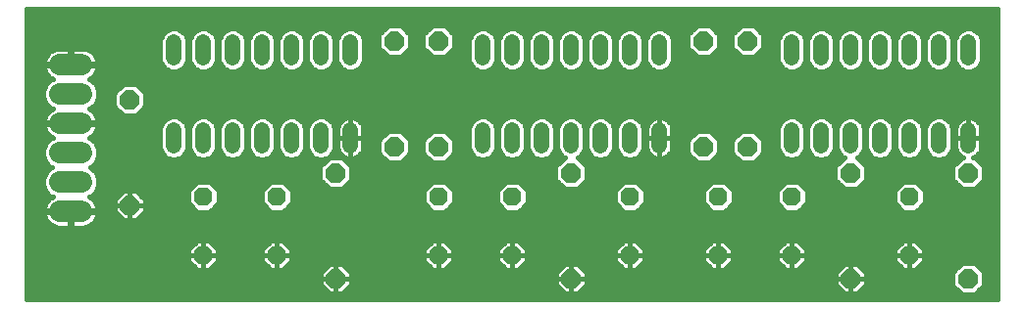
<source format=gbl>
G75*
%MOIN*%
%OFA0B0*%
%FSLAX25Y25*%
%IPPOS*%
%LPD*%
%AMOC8*
5,1,8,0,0,1.08239X$1,22.5*
%
%ADD10C,0.05200*%
%ADD11OC8,0.06300*%
%ADD12OC8,0.06600*%
%ADD13C,0.07400*%
%ADD14C,0.01600*%
D10*
X0056000Y0058400D02*
X0056000Y0063600D01*
X0066000Y0063600D02*
X0066000Y0058400D01*
X0076000Y0058400D02*
X0076000Y0063600D01*
X0086000Y0063600D02*
X0086000Y0058400D01*
X0096000Y0058400D02*
X0096000Y0063600D01*
X0106000Y0063600D02*
X0106000Y0058400D01*
X0116000Y0058400D02*
X0116000Y0063600D01*
X0161000Y0063600D02*
X0161000Y0058400D01*
X0171000Y0058400D02*
X0171000Y0063600D01*
X0181000Y0063600D02*
X0181000Y0058400D01*
X0191000Y0058400D02*
X0191000Y0063600D01*
X0201000Y0063600D02*
X0201000Y0058400D01*
X0211000Y0058400D02*
X0211000Y0063600D01*
X0221000Y0063600D02*
X0221000Y0058400D01*
X0266000Y0058400D02*
X0266000Y0063600D01*
X0276000Y0063600D02*
X0276000Y0058400D01*
X0286000Y0058400D02*
X0286000Y0063600D01*
X0296000Y0063600D02*
X0296000Y0058400D01*
X0306000Y0058400D02*
X0306000Y0063600D01*
X0316000Y0063600D02*
X0316000Y0058400D01*
X0326000Y0058400D02*
X0326000Y0063600D01*
X0326000Y0088400D02*
X0326000Y0093600D01*
X0316000Y0093600D02*
X0316000Y0088400D01*
X0306000Y0088400D02*
X0306000Y0093600D01*
X0296000Y0093600D02*
X0296000Y0088400D01*
X0286000Y0088400D02*
X0286000Y0093600D01*
X0276000Y0093600D02*
X0276000Y0088400D01*
X0266000Y0088400D02*
X0266000Y0093600D01*
X0221000Y0093600D02*
X0221000Y0088400D01*
X0211000Y0088400D02*
X0211000Y0093600D01*
X0201000Y0093600D02*
X0201000Y0088400D01*
X0191000Y0088400D02*
X0191000Y0093600D01*
X0181000Y0093600D02*
X0181000Y0088400D01*
X0171000Y0088400D02*
X0171000Y0093600D01*
X0161000Y0093600D02*
X0161000Y0088400D01*
X0116000Y0088400D02*
X0116000Y0093600D01*
X0106000Y0093600D02*
X0106000Y0088400D01*
X0096000Y0088400D02*
X0096000Y0093600D01*
X0086000Y0093600D02*
X0086000Y0088400D01*
X0076000Y0088400D02*
X0076000Y0093600D01*
X0066000Y0093600D02*
X0066000Y0088400D01*
X0056000Y0088400D02*
X0056000Y0093600D01*
D11*
X0066000Y0041000D03*
X0091000Y0041000D03*
X0146000Y0041000D03*
X0171000Y0041000D03*
X0211000Y0041000D03*
X0241000Y0041000D03*
X0266000Y0041000D03*
X0306000Y0041000D03*
X0306000Y0021000D03*
X0266000Y0021000D03*
X0241000Y0021000D03*
X0211000Y0021000D03*
X0171000Y0021000D03*
X0146000Y0021000D03*
X0091000Y0021000D03*
X0066000Y0021000D03*
D12*
X0111000Y0013000D03*
X0041000Y0038000D03*
X0111000Y0049000D03*
X0131000Y0058000D03*
X0146000Y0058000D03*
X0191000Y0049000D03*
X0236000Y0058000D03*
X0251000Y0058000D03*
X0286000Y0049000D03*
X0326000Y0049000D03*
X0326000Y0013000D03*
X0286000Y0013000D03*
X0191000Y0013000D03*
X0041000Y0074000D03*
X0131000Y0094000D03*
X0146000Y0094000D03*
X0236000Y0094000D03*
X0251000Y0094000D03*
D13*
X0024700Y0086000D02*
X0017300Y0086000D01*
X0017300Y0076000D02*
X0024700Y0076000D01*
X0024700Y0066000D02*
X0017300Y0066000D01*
X0017300Y0056000D02*
X0024700Y0056000D01*
X0024700Y0046000D02*
X0017300Y0046000D01*
X0017300Y0036000D02*
X0024700Y0036000D01*
D14*
X0006000Y0006000D02*
X0336000Y0006000D01*
X0006000Y0006000D01*
X0006000Y0104901D01*
X0336000Y0104901D01*
X0336000Y0006000D01*
X0336000Y0007599D02*
X0006000Y0007599D01*
X0006000Y0009197D02*
X0107590Y0009197D01*
X0108888Y0007900D02*
X0105900Y0010888D01*
X0105900Y0013000D01*
X0111000Y0013000D01*
X0111000Y0013000D01*
X0111000Y0018100D01*
X0113112Y0018100D01*
X0116100Y0015112D01*
X0116100Y0013000D01*
X0111000Y0013000D01*
X0111000Y0013000D01*
X0111000Y0013000D01*
X0111000Y0018100D01*
X0108888Y0018100D01*
X0105900Y0015112D01*
X0105900Y0013000D01*
X0111000Y0013000D01*
X0116100Y0013000D01*
X0116100Y0010888D01*
X0113112Y0007900D01*
X0111000Y0007900D01*
X0111000Y0013000D01*
X0111000Y0013000D01*
X0111000Y0007900D01*
X0108888Y0007900D01*
X0111000Y0009197D02*
X0111000Y0009197D01*
X0111000Y0010796D02*
X0111000Y0010796D01*
X0114409Y0009197D02*
X0187590Y0009197D01*
X0188888Y0007900D02*
X0185900Y0010888D01*
X0185900Y0013000D01*
X0191000Y0013000D01*
X0191000Y0013000D01*
X0191000Y0018100D01*
X0193112Y0018100D01*
X0196100Y0015112D01*
X0196100Y0013000D01*
X0191000Y0013000D01*
X0191000Y0013000D01*
X0191000Y0013000D01*
X0191000Y0018100D01*
X0188888Y0018100D01*
X0185900Y0015112D01*
X0185900Y0013000D01*
X0191000Y0013000D01*
X0196100Y0013000D01*
X0196100Y0010888D01*
X0193112Y0007900D01*
X0191000Y0007900D01*
X0191000Y0013000D01*
X0191000Y0013000D01*
X0191000Y0007900D01*
X0188888Y0007900D01*
X0191000Y0009197D02*
X0191000Y0009197D01*
X0191000Y0010796D02*
X0191000Y0010796D01*
X0194409Y0009197D02*
X0282590Y0009197D01*
X0283888Y0007900D02*
X0280900Y0010888D01*
X0280900Y0013000D01*
X0286000Y0013000D01*
X0286000Y0013000D01*
X0286000Y0018100D01*
X0288112Y0018100D01*
X0291100Y0015112D01*
X0291100Y0013000D01*
X0286000Y0013000D01*
X0286000Y0013000D01*
X0286000Y0013000D01*
X0286000Y0018100D01*
X0283888Y0018100D01*
X0280900Y0015112D01*
X0280900Y0013000D01*
X0286000Y0013000D01*
X0291100Y0013000D01*
X0291100Y0010888D01*
X0288112Y0007900D01*
X0286000Y0007900D01*
X0286000Y0013000D01*
X0286000Y0013000D01*
X0286000Y0007900D01*
X0283888Y0007900D01*
X0286000Y0009197D02*
X0286000Y0009197D01*
X0286000Y0010796D02*
X0286000Y0010796D01*
X0289409Y0009197D02*
X0322308Y0009197D01*
X0323805Y0007700D02*
X0320700Y0010805D01*
X0320700Y0015195D01*
X0323805Y0018300D01*
X0328195Y0018300D01*
X0331300Y0015195D01*
X0331300Y0010805D01*
X0328195Y0007700D01*
X0323805Y0007700D01*
X0329692Y0009197D02*
X0336000Y0009197D01*
X0336000Y0010796D02*
X0331291Y0010796D01*
X0331300Y0012394D02*
X0336000Y0012394D01*
X0336000Y0013993D02*
X0331300Y0013993D01*
X0330904Y0015591D02*
X0336000Y0015591D01*
X0336000Y0017190D02*
X0329306Y0017190D01*
X0322694Y0017190D02*
X0309190Y0017190D01*
X0308050Y0016050D02*
X0306000Y0016050D01*
X0306000Y0021000D01*
X0306000Y0021000D01*
X0306000Y0025950D01*
X0308050Y0025950D01*
X0310950Y0023050D01*
X0310950Y0021000D01*
X0306000Y0021000D01*
X0306000Y0021000D01*
X0306000Y0021000D01*
X0301050Y0021000D01*
X0301050Y0023050D01*
X0303950Y0025950D01*
X0306000Y0025950D01*
X0306000Y0021000D01*
X0310950Y0021000D01*
X0310950Y0018950D01*
X0308050Y0016050D01*
X0306000Y0016050D02*
X0306000Y0021000D01*
X0306000Y0021000D01*
X0301050Y0021000D01*
X0301050Y0018950D01*
X0303950Y0016050D01*
X0306000Y0016050D01*
X0306000Y0017190D02*
X0306000Y0017190D01*
X0306000Y0018788D02*
X0306000Y0018788D01*
X0302810Y0017190D02*
X0289023Y0017190D01*
X0290621Y0015591D02*
X0321096Y0015591D01*
X0320700Y0013993D02*
X0291100Y0013993D01*
X0291100Y0012394D02*
X0320700Y0012394D01*
X0320709Y0010796D02*
X0291008Y0010796D01*
X0286000Y0012394D02*
X0286000Y0012394D01*
X0286000Y0013993D02*
X0286000Y0013993D01*
X0280900Y0013993D02*
X0196100Y0013993D01*
X0196100Y0012394D02*
X0280900Y0012394D01*
X0280992Y0010796D02*
X0196008Y0010796D01*
X0191000Y0012394D02*
X0191000Y0012394D01*
X0191000Y0013993D02*
X0191000Y0013993D01*
X0185900Y0013993D02*
X0116100Y0013993D01*
X0116100Y0012394D02*
X0185900Y0012394D01*
X0185992Y0010796D02*
X0116008Y0010796D01*
X0111000Y0012394D02*
X0111000Y0012394D01*
X0111000Y0013993D02*
X0111000Y0013993D01*
X0111000Y0015591D02*
X0111000Y0015591D01*
X0111000Y0017190D02*
X0111000Y0017190D01*
X0114023Y0017190D02*
X0142810Y0017190D01*
X0143950Y0016050D02*
X0141050Y0018950D01*
X0141050Y0021000D01*
X0146000Y0021000D01*
X0146000Y0021000D01*
X0146000Y0025950D01*
X0148050Y0025950D01*
X0150950Y0023050D01*
X0150950Y0021000D01*
X0146000Y0021000D01*
X0146000Y0021000D01*
X0146000Y0021000D01*
X0146000Y0025950D01*
X0143950Y0025950D01*
X0141050Y0023050D01*
X0141050Y0021000D01*
X0146000Y0021000D01*
X0150950Y0021000D01*
X0150950Y0018950D01*
X0148050Y0016050D01*
X0146000Y0016050D01*
X0146000Y0021000D01*
X0146000Y0021000D01*
X0146000Y0016050D01*
X0143950Y0016050D01*
X0146000Y0017190D02*
X0146000Y0017190D01*
X0146000Y0018788D02*
X0146000Y0018788D01*
X0149190Y0017190D02*
X0167810Y0017190D01*
X0168950Y0016050D02*
X0166050Y0018950D01*
X0166050Y0021000D01*
X0171000Y0021000D01*
X0171000Y0021000D01*
X0171000Y0025950D01*
X0173050Y0025950D01*
X0175950Y0023050D01*
X0175950Y0021000D01*
X0171000Y0021000D01*
X0171000Y0021000D01*
X0171000Y0021000D01*
X0171000Y0025950D01*
X0168950Y0025950D01*
X0166050Y0023050D01*
X0166050Y0021000D01*
X0171000Y0021000D01*
X0175950Y0021000D01*
X0175950Y0018950D01*
X0173050Y0016050D01*
X0171000Y0016050D01*
X0171000Y0021000D01*
X0171000Y0021000D01*
X0171000Y0016050D01*
X0168950Y0016050D01*
X0171000Y0017190D02*
X0171000Y0017190D01*
X0171000Y0018788D02*
X0171000Y0018788D01*
X0174190Y0017190D02*
X0187977Y0017190D01*
X0186379Y0015591D02*
X0115621Y0015591D01*
X0107977Y0017190D02*
X0094190Y0017190D01*
X0093050Y0016050D02*
X0091000Y0016050D01*
X0091000Y0021000D01*
X0091000Y0021000D01*
X0091000Y0025950D01*
X0093050Y0025950D01*
X0095950Y0023050D01*
X0095950Y0021000D01*
X0091000Y0021000D01*
X0091000Y0021000D01*
X0091000Y0021000D01*
X0086050Y0021000D01*
X0086050Y0023050D01*
X0088950Y0025950D01*
X0091000Y0025950D01*
X0091000Y0021000D01*
X0095950Y0021000D01*
X0095950Y0018950D01*
X0093050Y0016050D01*
X0091000Y0016050D02*
X0091000Y0021000D01*
X0091000Y0021000D01*
X0086050Y0021000D01*
X0086050Y0018950D01*
X0088950Y0016050D01*
X0091000Y0016050D01*
X0091000Y0017190D02*
X0091000Y0017190D01*
X0091000Y0018788D02*
X0091000Y0018788D01*
X0087810Y0017190D02*
X0069190Y0017190D01*
X0068050Y0016050D02*
X0070950Y0018950D01*
X0070950Y0021000D01*
X0070950Y0023050D01*
X0068050Y0025950D01*
X0066000Y0025950D01*
X0066000Y0021000D01*
X0066000Y0021000D01*
X0070950Y0021000D01*
X0066000Y0021000D01*
X0066000Y0021000D01*
X0066000Y0021000D01*
X0061050Y0021000D01*
X0061050Y0023050D01*
X0063950Y0025950D01*
X0066000Y0025950D01*
X0066000Y0021000D01*
X0066000Y0016050D01*
X0068050Y0016050D01*
X0066000Y0016050D02*
X0066000Y0021000D01*
X0066000Y0021000D01*
X0061050Y0021000D01*
X0061050Y0018950D01*
X0063950Y0016050D01*
X0066000Y0016050D01*
X0066000Y0017190D02*
X0066000Y0017190D01*
X0066000Y0018788D02*
X0066000Y0018788D01*
X0062810Y0017190D02*
X0006000Y0017190D01*
X0006000Y0018788D02*
X0061212Y0018788D01*
X0061050Y0020387D02*
X0006000Y0020387D01*
X0006000Y0021985D02*
X0061050Y0021985D01*
X0061583Y0023584D02*
X0006000Y0023584D01*
X0006000Y0025182D02*
X0063182Y0025182D01*
X0066000Y0025182D02*
X0066000Y0025182D01*
X0066000Y0023584D02*
X0066000Y0023584D01*
X0068818Y0025182D02*
X0088182Y0025182D01*
X0086583Y0023584D02*
X0070417Y0023584D01*
X0070950Y0021985D02*
X0086050Y0021985D01*
X0086050Y0020387D02*
X0070950Y0020387D01*
X0066000Y0020387D02*
X0066000Y0020387D01*
X0066000Y0021985D02*
X0066000Y0021985D01*
X0070788Y0018788D02*
X0086212Y0018788D01*
X0091000Y0020387D02*
X0091000Y0020387D01*
X0091000Y0021985D02*
X0091000Y0021985D01*
X0091000Y0023584D02*
X0091000Y0023584D01*
X0091000Y0025182D02*
X0091000Y0025182D01*
X0093818Y0025182D02*
X0143182Y0025182D01*
X0141583Y0023584D02*
X0095417Y0023584D01*
X0095950Y0021985D02*
X0141050Y0021985D01*
X0141050Y0020387D02*
X0095950Y0020387D01*
X0095788Y0018788D02*
X0141212Y0018788D01*
X0146000Y0020387D02*
X0146000Y0020387D01*
X0146000Y0021985D02*
X0146000Y0021985D01*
X0146000Y0023584D02*
X0146000Y0023584D01*
X0146000Y0025182D02*
X0146000Y0025182D01*
X0148818Y0025182D02*
X0168182Y0025182D01*
X0166583Y0023584D02*
X0150417Y0023584D01*
X0150950Y0021985D02*
X0166050Y0021985D01*
X0166050Y0020387D02*
X0150950Y0020387D01*
X0150788Y0018788D02*
X0166212Y0018788D01*
X0171000Y0020387D02*
X0171000Y0020387D01*
X0171000Y0021985D02*
X0171000Y0021985D01*
X0175950Y0021985D02*
X0206050Y0021985D01*
X0206050Y0021000D02*
X0211000Y0021000D01*
X0211000Y0021000D01*
X0211000Y0025950D01*
X0213050Y0025950D01*
X0215950Y0023050D01*
X0215950Y0021000D01*
X0211000Y0021000D01*
X0211000Y0021000D01*
X0211000Y0021000D01*
X0211000Y0025950D01*
X0208950Y0025950D01*
X0206050Y0023050D01*
X0206050Y0021000D01*
X0206050Y0018950D01*
X0208950Y0016050D01*
X0211000Y0016050D01*
X0213050Y0016050D01*
X0215950Y0018950D01*
X0215950Y0021000D01*
X0211000Y0021000D01*
X0211000Y0016050D01*
X0211000Y0021000D01*
X0211000Y0021000D01*
X0206050Y0021000D01*
X0206050Y0020387D02*
X0175950Y0020387D01*
X0175788Y0018788D02*
X0206212Y0018788D01*
X0207810Y0017190D02*
X0194023Y0017190D01*
X0195621Y0015591D02*
X0281379Y0015591D01*
X0282977Y0017190D02*
X0269190Y0017190D01*
X0268050Y0016050D02*
X0266000Y0016050D01*
X0266000Y0021000D01*
X0266000Y0021000D01*
X0266000Y0025950D01*
X0268050Y0025950D01*
X0270950Y0023050D01*
X0270950Y0021000D01*
X0266000Y0021000D01*
X0266000Y0021000D01*
X0266000Y0021000D01*
X0261050Y0021000D01*
X0261050Y0023050D01*
X0263950Y0025950D01*
X0266000Y0025950D01*
X0266000Y0021000D01*
X0270950Y0021000D01*
X0270950Y0018950D01*
X0268050Y0016050D01*
X0266000Y0016050D02*
X0266000Y0021000D01*
X0266000Y0021000D01*
X0261050Y0021000D01*
X0261050Y0018950D01*
X0263950Y0016050D01*
X0266000Y0016050D01*
X0266000Y0017190D02*
X0266000Y0017190D01*
X0266000Y0018788D02*
X0266000Y0018788D01*
X0262810Y0017190D02*
X0244190Y0017190D01*
X0243050Y0016050D02*
X0241000Y0016050D01*
X0241000Y0021000D01*
X0241000Y0021000D01*
X0241000Y0025950D01*
X0243050Y0025950D01*
X0245950Y0023050D01*
X0245950Y0021000D01*
X0241000Y0021000D01*
X0241000Y0021000D01*
X0241000Y0021000D01*
X0236050Y0021000D01*
X0236050Y0023050D01*
X0238950Y0025950D01*
X0241000Y0025950D01*
X0241000Y0021000D01*
X0245950Y0021000D01*
X0245950Y0018950D01*
X0243050Y0016050D01*
X0241000Y0016050D02*
X0241000Y0021000D01*
X0241000Y0021000D01*
X0236050Y0021000D01*
X0236050Y0018950D01*
X0238950Y0016050D01*
X0241000Y0016050D01*
X0241000Y0017190D02*
X0241000Y0017190D01*
X0241000Y0018788D02*
X0241000Y0018788D01*
X0237810Y0017190D02*
X0214190Y0017190D01*
X0215788Y0018788D02*
X0236212Y0018788D01*
X0236050Y0020387D02*
X0215950Y0020387D01*
X0215950Y0021985D02*
X0236050Y0021985D01*
X0241000Y0021985D02*
X0241000Y0021985D01*
X0241000Y0020387D02*
X0241000Y0020387D01*
X0245950Y0020387D02*
X0261050Y0020387D01*
X0261050Y0021985D02*
X0245950Y0021985D01*
X0245417Y0023584D02*
X0261583Y0023584D01*
X0263182Y0025182D02*
X0243818Y0025182D01*
X0241000Y0025182D02*
X0241000Y0025182D01*
X0241000Y0023584D02*
X0241000Y0023584D01*
X0238182Y0025182D02*
X0213818Y0025182D01*
X0215417Y0023584D02*
X0236583Y0023584D01*
X0245788Y0018788D02*
X0261212Y0018788D01*
X0266000Y0020387D02*
X0266000Y0020387D01*
X0266000Y0021985D02*
X0266000Y0021985D01*
X0266000Y0023584D02*
X0266000Y0023584D01*
X0266000Y0025182D02*
X0266000Y0025182D01*
X0268818Y0025182D02*
X0303182Y0025182D01*
X0301583Y0023584D02*
X0270417Y0023584D01*
X0270950Y0021985D02*
X0301050Y0021985D01*
X0301050Y0020387D02*
X0270950Y0020387D01*
X0270788Y0018788D02*
X0301212Y0018788D01*
X0306000Y0020387D02*
X0306000Y0020387D01*
X0306000Y0021985D02*
X0306000Y0021985D01*
X0310950Y0021985D02*
X0336000Y0021985D01*
X0336000Y0020387D02*
X0310950Y0020387D01*
X0310788Y0018788D02*
X0336000Y0018788D01*
X0336000Y0023584D02*
X0310417Y0023584D01*
X0308818Y0025182D02*
X0336000Y0025182D01*
X0336000Y0026781D02*
X0006000Y0026781D01*
X0006000Y0028379D02*
X0336000Y0028379D01*
X0336000Y0029978D02*
X0006000Y0029978D01*
X0006000Y0031576D02*
X0014032Y0031576D01*
X0013717Y0031805D02*
X0014417Y0031296D01*
X0015189Y0030903D01*
X0016012Y0030635D01*
X0016867Y0030500D01*
X0020700Y0030500D01*
X0020700Y0035700D01*
X0021300Y0035700D01*
X0021300Y0036300D01*
X0030200Y0036300D01*
X0030200Y0036433D01*
X0030065Y0037288D01*
X0029797Y0038111D01*
X0029404Y0038883D01*
X0028895Y0039583D01*
X0028283Y0040195D01*
X0027583Y0040704D01*
X0027236Y0040881D01*
X0027929Y0041168D01*
X0029532Y0042771D01*
X0030400Y0044866D01*
X0030400Y0047134D01*
X0029532Y0049229D01*
X0027929Y0050832D01*
X0027524Y0051000D01*
X0027929Y0051168D01*
X0029532Y0052771D01*
X0030400Y0054866D01*
X0030400Y0057134D01*
X0029532Y0059229D01*
X0027929Y0060832D01*
X0027236Y0061119D01*
X0027583Y0061296D01*
X0028283Y0061805D01*
X0028895Y0062417D01*
X0029404Y0063117D01*
X0029797Y0063889D01*
X0030065Y0064712D01*
X0030200Y0065567D01*
X0030200Y0065700D01*
X0021300Y0065700D01*
X0021300Y0066300D01*
X0030200Y0066300D01*
X0030200Y0066433D01*
X0030065Y0067288D01*
X0029797Y0068111D01*
X0029404Y0068883D01*
X0028895Y0069583D01*
X0028283Y0070195D01*
X0027583Y0070704D01*
X0027236Y0070881D01*
X0027929Y0071168D01*
X0029532Y0072771D01*
X0030400Y0074866D01*
X0030400Y0077134D01*
X0029532Y0079229D01*
X0027929Y0080832D01*
X0027236Y0081119D01*
X0027583Y0081296D01*
X0028283Y0081805D01*
X0028895Y0082417D01*
X0029404Y0083117D01*
X0029797Y0083889D01*
X0030065Y0084712D01*
X0030200Y0085567D01*
X0030200Y0085700D01*
X0021300Y0085700D01*
X0021300Y0086300D01*
X0020700Y0086300D01*
X0020700Y0091500D01*
X0016867Y0091500D01*
X0016012Y0091365D01*
X0015189Y0091097D01*
X0014417Y0090704D01*
X0013717Y0090195D01*
X0013105Y0089583D01*
X0012596Y0088883D01*
X0012203Y0088111D01*
X0011935Y0087288D01*
X0011800Y0086433D01*
X0011800Y0086300D01*
X0020700Y0086300D01*
X0020700Y0085700D01*
X0011800Y0085700D01*
X0011800Y0085567D01*
X0011935Y0084712D01*
X0012203Y0083889D01*
X0012596Y0083117D01*
X0013105Y0082417D01*
X0013717Y0081805D01*
X0014417Y0081296D01*
X0014764Y0081119D01*
X0014071Y0080832D01*
X0012468Y0079229D01*
X0011600Y0077134D01*
X0011600Y0074866D01*
X0012468Y0072771D01*
X0014071Y0071168D01*
X0014764Y0070881D01*
X0014417Y0070704D01*
X0013717Y0070195D01*
X0013105Y0069583D01*
X0012596Y0068883D01*
X0012203Y0068111D01*
X0011935Y0067288D01*
X0011800Y0066433D01*
X0011800Y0066300D01*
X0020700Y0066300D01*
X0020700Y0065700D01*
X0011800Y0065700D01*
X0011800Y0065567D01*
X0011935Y0064712D01*
X0012203Y0063889D01*
X0012596Y0063117D01*
X0013105Y0062417D01*
X0013717Y0061805D01*
X0014417Y0061296D01*
X0014764Y0061119D01*
X0014071Y0060832D01*
X0012468Y0059229D01*
X0011600Y0057134D01*
X0011600Y0054866D01*
X0012468Y0052771D01*
X0014071Y0051168D01*
X0014476Y0051000D01*
X0014071Y0050832D01*
X0012468Y0049229D01*
X0011600Y0047134D01*
X0011600Y0044866D01*
X0012468Y0042771D01*
X0014071Y0041168D01*
X0014764Y0040881D01*
X0014417Y0040704D01*
X0013717Y0040195D01*
X0013105Y0039583D01*
X0012596Y0038883D01*
X0012203Y0038111D01*
X0011935Y0037288D01*
X0011800Y0036433D01*
X0011800Y0036300D01*
X0020700Y0036300D01*
X0020700Y0035700D01*
X0011800Y0035700D01*
X0011800Y0035567D01*
X0011935Y0034712D01*
X0012203Y0033889D01*
X0012596Y0033117D01*
X0013105Y0032417D01*
X0013717Y0031805D01*
X0012567Y0033175D02*
X0006000Y0033175D01*
X0006000Y0034773D02*
X0011926Y0034773D01*
X0011800Y0036372D02*
X0006000Y0036372D01*
X0006000Y0037970D02*
X0012157Y0037970D01*
X0013094Y0039569D02*
X0006000Y0039569D01*
X0006000Y0041167D02*
X0014072Y0041167D01*
X0012473Y0042766D02*
X0006000Y0042766D01*
X0006000Y0044364D02*
X0011808Y0044364D01*
X0011600Y0045963D02*
X0006000Y0045963D01*
X0006000Y0047561D02*
X0011777Y0047561D01*
X0012439Y0049160D02*
X0006000Y0049160D01*
X0006000Y0050758D02*
X0013997Y0050758D01*
X0012882Y0052357D02*
X0006000Y0052357D01*
X0006000Y0053955D02*
X0011977Y0053955D01*
X0011600Y0055554D02*
X0006000Y0055554D01*
X0006000Y0057152D02*
X0011608Y0057152D01*
X0012270Y0058751D02*
X0006000Y0058751D01*
X0006000Y0060349D02*
X0013588Y0060349D01*
X0013574Y0061948D02*
X0006000Y0061948D01*
X0006000Y0063546D02*
X0012377Y0063546D01*
X0011867Y0065145D02*
X0006000Y0065145D01*
X0006000Y0066743D02*
X0011849Y0066743D01*
X0012320Y0068342D02*
X0006000Y0068342D01*
X0006000Y0069940D02*
X0013462Y0069940D01*
X0013700Y0071539D02*
X0006000Y0071539D01*
X0006000Y0073137D02*
X0012316Y0073137D01*
X0011654Y0074736D02*
X0006000Y0074736D01*
X0006000Y0076334D02*
X0011600Y0076334D01*
X0011931Y0077933D02*
X0006000Y0077933D01*
X0006000Y0079532D02*
X0012770Y0079532D01*
X0014743Y0081130D02*
X0006000Y0081130D01*
X0006000Y0082729D02*
X0012878Y0082729D01*
X0012061Y0084327D02*
X0006000Y0084327D01*
X0006000Y0085926D02*
X0020700Y0085926D01*
X0021300Y0085926D02*
X0052046Y0085926D01*
X0052100Y0085794D02*
X0053394Y0084500D01*
X0055085Y0083800D01*
X0056915Y0083800D01*
X0058606Y0084500D01*
X0059900Y0085794D01*
X0060600Y0087485D01*
X0060600Y0094515D01*
X0059900Y0096206D01*
X0058606Y0097500D01*
X0056915Y0098200D01*
X0055085Y0098200D01*
X0053394Y0097500D01*
X0052100Y0096206D01*
X0051400Y0094515D01*
X0051400Y0087485D01*
X0052100Y0085794D01*
X0053813Y0084327D02*
X0029939Y0084327D01*
X0030200Y0086300D02*
X0030200Y0086433D01*
X0030065Y0087288D01*
X0029797Y0088111D01*
X0029404Y0088883D01*
X0028895Y0089583D01*
X0028283Y0090195D01*
X0027583Y0090704D01*
X0026811Y0091097D01*
X0025988Y0091365D01*
X0025133Y0091500D01*
X0021300Y0091500D01*
X0021300Y0086300D01*
X0030200Y0086300D01*
X0029988Y0087524D02*
X0051400Y0087524D01*
X0051400Y0089123D02*
X0029230Y0089123D01*
X0027549Y0090721D02*
X0051400Y0090721D01*
X0051400Y0092320D02*
X0006000Y0092320D01*
X0006000Y0093918D02*
X0051400Y0093918D01*
X0051815Y0095517D02*
X0006000Y0095517D01*
X0006000Y0097115D02*
X0053010Y0097115D01*
X0058990Y0097115D02*
X0063010Y0097115D01*
X0063394Y0097500D02*
X0062100Y0096206D01*
X0061400Y0094515D01*
X0061400Y0087485D01*
X0062100Y0085794D01*
X0063394Y0084500D01*
X0065085Y0083800D01*
X0066915Y0083800D01*
X0068606Y0084500D01*
X0069900Y0085794D01*
X0070600Y0087485D01*
X0070600Y0094515D01*
X0069900Y0096206D01*
X0068606Y0097500D01*
X0066915Y0098200D01*
X0065085Y0098200D01*
X0063394Y0097500D01*
X0061815Y0095517D02*
X0060185Y0095517D01*
X0060600Y0093918D02*
X0061400Y0093918D01*
X0061400Y0092320D02*
X0060600Y0092320D01*
X0060600Y0090721D02*
X0061400Y0090721D01*
X0061400Y0089123D02*
X0060600Y0089123D01*
X0060600Y0087524D02*
X0061400Y0087524D01*
X0062046Y0085926D02*
X0059954Y0085926D01*
X0058187Y0084327D02*
X0063813Y0084327D01*
X0068187Y0084327D02*
X0073813Y0084327D01*
X0073394Y0084500D02*
X0075085Y0083800D01*
X0076915Y0083800D01*
X0078606Y0084500D01*
X0079900Y0085794D01*
X0080600Y0087485D01*
X0080600Y0094515D01*
X0079900Y0096206D01*
X0078606Y0097500D01*
X0076915Y0098200D01*
X0075085Y0098200D01*
X0073394Y0097500D01*
X0072100Y0096206D01*
X0071400Y0094515D01*
X0071400Y0087485D01*
X0072100Y0085794D01*
X0073394Y0084500D01*
X0072046Y0085926D02*
X0069954Y0085926D01*
X0070600Y0087524D02*
X0071400Y0087524D01*
X0071400Y0089123D02*
X0070600Y0089123D01*
X0070600Y0090721D02*
X0071400Y0090721D01*
X0071400Y0092320D02*
X0070600Y0092320D01*
X0070600Y0093918D02*
X0071400Y0093918D01*
X0071815Y0095517D02*
X0070185Y0095517D01*
X0068990Y0097115D02*
X0073010Y0097115D01*
X0078990Y0097115D02*
X0083010Y0097115D01*
X0083394Y0097500D02*
X0082100Y0096206D01*
X0081400Y0094515D01*
X0081400Y0087485D01*
X0082100Y0085794D01*
X0083394Y0084500D01*
X0085085Y0083800D01*
X0086915Y0083800D01*
X0088606Y0084500D01*
X0089900Y0085794D01*
X0090600Y0087485D01*
X0090600Y0094515D01*
X0089900Y0096206D01*
X0088606Y0097500D01*
X0086915Y0098200D01*
X0085085Y0098200D01*
X0083394Y0097500D01*
X0081815Y0095517D02*
X0080185Y0095517D01*
X0080600Y0093918D02*
X0081400Y0093918D01*
X0081400Y0092320D02*
X0080600Y0092320D01*
X0080600Y0090721D02*
X0081400Y0090721D01*
X0081400Y0089123D02*
X0080600Y0089123D01*
X0080600Y0087524D02*
X0081400Y0087524D01*
X0082046Y0085926D02*
X0079954Y0085926D01*
X0078187Y0084327D02*
X0083813Y0084327D01*
X0088187Y0084327D02*
X0093813Y0084327D01*
X0093394Y0084500D02*
X0095085Y0083800D01*
X0096915Y0083800D01*
X0098606Y0084500D01*
X0099900Y0085794D01*
X0100600Y0087485D01*
X0100600Y0094515D01*
X0099900Y0096206D01*
X0098606Y0097500D01*
X0096915Y0098200D01*
X0095085Y0098200D01*
X0093394Y0097500D01*
X0092100Y0096206D01*
X0091400Y0094515D01*
X0091400Y0087485D01*
X0092100Y0085794D01*
X0093394Y0084500D01*
X0092046Y0085926D02*
X0089954Y0085926D01*
X0090600Y0087524D02*
X0091400Y0087524D01*
X0091400Y0089123D02*
X0090600Y0089123D01*
X0090600Y0090721D02*
X0091400Y0090721D01*
X0091400Y0092320D02*
X0090600Y0092320D01*
X0090600Y0093918D02*
X0091400Y0093918D01*
X0091815Y0095517D02*
X0090185Y0095517D01*
X0088990Y0097115D02*
X0093010Y0097115D01*
X0098990Y0097115D02*
X0103010Y0097115D01*
X0103394Y0097500D02*
X0102100Y0096206D01*
X0101400Y0094515D01*
X0101400Y0087485D01*
X0102100Y0085794D01*
X0103394Y0084500D01*
X0105085Y0083800D01*
X0106915Y0083800D01*
X0108606Y0084500D01*
X0109900Y0085794D01*
X0110600Y0087485D01*
X0110600Y0094515D01*
X0109900Y0096206D01*
X0108606Y0097500D01*
X0106915Y0098200D01*
X0105085Y0098200D01*
X0103394Y0097500D01*
X0108990Y0097115D02*
X0113010Y0097115D01*
X0113394Y0097500D02*
X0112100Y0096206D01*
X0111400Y0094515D01*
X0111400Y0087485D01*
X0112100Y0085794D01*
X0113394Y0084500D01*
X0115085Y0083800D01*
X0116915Y0083800D01*
X0118606Y0084500D01*
X0119900Y0085794D01*
X0120600Y0087485D01*
X0120600Y0094515D01*
X0119900Y0096206D01*
X0118606Y0097500D01*
X0116915Y0098200D01*
X0115085Y0098200D01*
X0113394Y0097500D01*
X0118990Y0097115D02*
X0126620Y0097115D01*
X0125700Y0096195D02*
X0125700Y0091805D01*
X0128805Y0088700D01*
X0133195Y0088700D01*
X0136300Y0091805D01*
X0136300Y0096195D01*
X0133195Y0099300D01*
X0128805Y0099300D01*
X0125700Y0096195D01*
X0125700Y0095517D02*
X0120185Y0095517D01*
X0120600Y0093918D02*
X0125700Y0093918D01*
X0125700Y0092320D02*
X0120600Y0092320D01*
X0120600Y0090721D02*
X0126784Y0090721D01*
X0128382Y0089123D02*
X0120600Y0089123D01*
X0120600Y0087524D02*
X0156400Y0087524D01*
X0156400Y0087485D02*
X0157100Y0085794D01*
X0158394Y0084500D01*
X0160085Y0083800D01*
X0161915Y0083800D01*
X0163606Y0084500D01*
X0164900Y0085794D01*
X0165600Y0087485D01*
X0165600Y0094515D01*
X0164900Y0096206D01*
X0163606Y0097500D01*
X0161915Y0098200D01*
X0160085Y0098200D01*
X0158394Y0097500D01*
X0157100Y0096206D01*
X0156400Y0094515D01*
X0156400Y0087485D01*
X0156400Y0089123D02*
X0148618Y0089123D01*
X0148195Y0088700D02*
X0151300Y0091805D01*
X0151300Y0096195D01*
X0148195Y0099300D01*
X0143805Y0099300D01*
X0140700Y0096195D01*
X0140700Y0091805D01*
X0143805Y0088700D01*
X0148195Y0088700D01*
X0150216Y0090721D02*
X0156400Y0090721D01*
X0156400Y0092320D02*
X0151300Y0092320D01*
X0151300Y0093918D02*
X0156400Y0093918D01*
X0156815Y0095517D02*
X0151300Y0095517D01*
X0150380Y0097115D02*
X0158010Y0097115D01*
X0163990Y0097115D02*
X0168010Y0097115D01*
X0168394Y0097500D02*
X0167100Y0096206D01*
X0166400Y0094515D01*
X0166400Y0087485D01*
X0167100Y0085794D01*
X0168394Y0084500D01*
X0170085Y0083800D01*
X0171915Y0083800D01*
X0173606Y0084500D01*
X0174900Y0085794D01*
X0175600Y0087485D01*
X0175600Y0094515D01*
X0174900Y0096206D01*
X0173606Y0097500D01*
X0171915Y0098200D01*
X0170085Y0098200D01*
X0168394Y0097500D01*
X0173990Y0097115D02*
X0178010Y0097115D01*
X0178394Y0097500D02*
X0177100Y0096206D01*
X0176400Y0094515D01*
X0176400Y0087485D01*
X0177100Y0085794D01*
X0178394Y0084500D01*
X0180085Y0083800D01*
X0181915Y0083800D01*
X0183606Y0084500D01*
X0184900Y0085794D01*
X0185600Y0087485D01*
X0185600Y0094515D01*
X0184900Y0096206D01*
X0183606Y0097500D01*
X0181915Y0098200D01*
X0180085Y0098200D01*
X0178394Y0097500D01*
X0183990Y0097115D02*
X0188010Y0097115D01*
X0188394Y0097500D02*
X0187100Y0096206D01*
X0186400Y0094515D01*
X0186400Y0087485D01*
X0187100Y0085794D01*
X0188394Y0084500D01*
X0190085Y0083800D01*
X0191915Y0083800D01*
X0193606Y0084500D01*
X0194900Y0085794D01*
X0195600Y0087485D01*
X0195600Y0094515D01*
X0194900Y0096206D01*
X0193606Y0097500D01*
X0191915Y0098200D01*
X0190085Y0098200D01*
X0188394Y0097500D01*
X0193990Y0097115D02*
X0198010Y0097115D01*
X0198394Y0097500D02*
X0197100Y0096206D01*
X0196400Y0094515D01*
X0196400Y0087485D01*
X0197100Y0085794D01*
X0198394Y0084500D01*
X0200085Y0083800D01*
X0201915Y0083800D01*
X0203606Y0084500D01*
X0204900Y0085794D01*
X0205600Y0087485D01*
X0205600Y0094515D01*
X0204900Y0096206D01*
X0203606Y0097500D01*
X0201915Y0098200D01*
X0200085Y0098200D01*
X0198394Y0097500D01*
X0203990Y0097115D02*
X0208010Y0097115D01*
X0208394Y0097500D02*
X0207100Y0096206D01*
X0206400Y0094515D01*
X0206400Y0087485D01*
X0207100Y0085794D01*
X0208394Y0084500D01*
X0210085Y0083800D01*
X0211915Y0083800D01*
X0213606Y0084500D01*
X0214900Y0085794D01*
X0215600Y0087485D01*
X0215600Y0094515D01*
X0214900Y0096206D01*
X0213606Y0097500D01*
X0211915Y0098200D01*
X0210085Y0098200D01*
X0208394Y0097500D01*
X0206815Y0095517D02*
X0205185Y0095517D01*
X0205600Y0093918D02*
X0206400Y0093918D01*
X0206400Y0092320D02*
X0205600Y0092320D01*
X0205600Y0090721D02*
X0206400Y0090721D01*
X0206400Y0089123D02*
X0205600Y0089123D01*
X0205600Y0087524D02*
X0206400Y0087524D01*
X0207046Y0085926D02*
X0204954Y0085926D01*
X0203187Y0084327D02*
X0208813Y0084327D01*
X0213187Y0084327D02*
X0218813Y0084327D01*
X0218394Y0084500D02*
X0220085Y0083800D01*
X0221915Y0083800D01*
X0223606Y0084500D01*
X0224900Y0085794D01*
X0225600Y0087485D01*
X0225600Y0094515D01*
X0224900Y0096206D01*
X0223606Y0097500D01*
X0221915Y0098200D01*
X0220085Y0098200D01*
X0218394Y0097500D01*
X0217100Y0096206D01*
X0216400Y0094515D01*
X0216400Y0087485D01*
X0217100Y0085794D01*
X0218394Y0084500D01*
X0217046Y0085926D02*
X0214954Y0085926D01*
X0215600Y0087524D02*
X0216400Y0087524D01*
X0216400Y0089123D02*
X0215600Y0089123D01*
X0215600Y0090721D02*
X0216400Y0090721D01*
X0216400Y0092320D02*
X0215600Y0092320D01*
X0215600Y0093918D02*
X0216400Y0093918D01*
X0216815Y0095517D02*
X0215185Y0095517D01*
X0213990Y0097115D02*
X0218010Y0097115D01*
X0223990Y0097115D02*
X0231620Y0097115D01*
X0230700Y0096195D02*
X0230700Y0091805D01*
X0233805Y0088700D01*
X0238195Y0088700D01*
X0241300Y0091805D01*
X0241300Y0096195D01*
X0238195Y0099300D01*
X0233805Y0099300D01*
X0230700Y0096195D01*
X0230700Y0095517D02*
X0225185Y0095517D01*
X0225600Y0093918D02*
X0230700Y0093918D01*
X0230700Y0092320D02*
X0225600Y0092320D01*
X0225600Y0090721D02*
X0231784Y0090721D01*
X0233382Y0089123D02*
X0225600Y0089123D01*
X0225600Y0087524D02*
X0261400Y0087524D01*
X0261400Y0087485D02*
X0262100Y0085794D01*
X0263394Y0084500D01*
X0265085Y0083800D01*
X0266915Y0083800D01*
X0268606Y0084500D01*
X0269900Y0085794D01*
X0270600Y0087485D01*
X0270600Y0094515D01*
X0269900Y0096206D01*
X0268606Y0097500D01*
X0266915Y0098200D01*
X0265085Y0098200D01*
X0263394Y0097500D01*
X0262100Y0096206D01*
X0261400Y0094515D01*
X0261400Y0087485D01*
X0261400Y0089123D02*
X0253618Y0089123D01*
X0253195Y0088700D02*
X0256300Y0091805D01*
X0256300Y0096195D01*
X0253195Y0099300D01*
X0248805Y0099300D01*
X0245700Y0096195D01*
X0245700Y0091805D01*
X0248805Y0088700D01*
X0253195Y0088700D01*
X0255216Y0090721D02*
X0261400Y0090721D01*
X0261400Y0092320D02*
X0256300Y0092320D01*
X0256300Y0093918D02*
X0261400Y0093918D01*
X0261815Y0095517D02*
X0256300Y0095517D01*
X0255380Y0097115D02*
X0263010Y0097115D01*
X0268990Y0097115D02*
X0273010Y0097115D01*
X0273394Y0097500D02*
X0272100Y0096206D01*
X0271400Y0094515D01*
X0271400Y0087485D01*
X0272100Y0085794D01*
X0273394Y0084500D01*
X0275085Y0083800D01*
X0276915Y0083800D01*
X0278606Y0084500D01*
X0279900Y0085794D01*
X0280600Y0087485D01*
X0280600Y0094515D01*
X0279900Y0096206D01*
X0278606Y0097500D01*
X0276915Y0098200D01*
X0275085Y0098200D01*
X0273394Y0097500D01*
X0271815Y0095517D02*
X0270185Y0095517D01*
X0270600Y0093918D02*
X0271400Y0093918D01*
X0271400Y0092320D02*
X0270600Y0092320D01*
X0270600Y0090721D02*
X0271400Y0090721D01*
X0271400Y0089123D02*
X0270600Y0089123D01*
X0270600Y0087524D02*
X0271400Y0087524D01*
X0272046Y0085926D02*
X0269954Y0085926D01*
X0268187Y0084327D02*
X0273813Y0084327D01*
X0278187Y0084327D02*
X0283813Y0084327D01*
X0283394Y0084500D02*
X0282100Y0085794D01*
X0281400Y0087485D01*
X0281400Y0094515D01*
X0282100Y0096206D01*
X0283394Y0097500D01*
X0285085Y0098200D01*
X0286915Y0098200D01*
X0288606Y0097500D01*
X0289900Y0096206D01*
X0290600Y0094515D01*
X0290600Y0087485D01*
X0289900Y0085794D01*
X0288606Y0084500D01*
X0286915Y0083800D01*
X0285085Y0083800D01*
X0283394Y0084500D01*
X0282046Y0085926D02*
X0279954Y0085926D01*
X0280600Y0087524D02*
X0281400Y0087524D01*
X0281400Y0089123D02*
X0280600Y0089123D01*
X0280600Y0090721D02*
X0281400Y0090721D01*
X0281400Y0092320D02*
X0280600Y0092320D01*
X0280600Y0093918D02*
X0281400Y0093918D01*
X0281815Y0095517D02*
X0280185Y0095517D01*
X0278990Y0097115D02*
X0283010Y0097115D01*
X0288990Y0097115D02*
X0293010Y0097115D01*
X0293394Y0097500D02*
X0292100Y0096206D01*
X0291400Y0094515D01*
X0291400Y0087485D01*
X0292100Y0085794D01*
X0293394Y0084500D01*
X0295085Y0083800D01*
X0296915Y0083800D01*
X0298606Y0084500D01*
X0299900Y0085794D01*
X0300600Y0087485D01*
X0300600Y0094515D01*
X0299900Y0096206D01*
X0298606Y0097500D01*
X0296915Y0098200D01*
X0295085Y0098200D01*
X0293394Y0097500D01*
X0291815Y0095517D02*
X0290185Y0095517D01*
X0290600Y0093918D02*
X0291400Y0093918D01*
X0291400Y0092320D02*
X0290600Y0092320D01*
X0290600Y0090721D02*
X0291400Y0090721D01*
X0291400Y0089123D02*
X0290600Y0089123D01*
X0290600Y0087524D02*
X0291400Y0087524D01*
X0292046Y0085926D02*
X0289954Y0085926D01*
X0288187Y0084327D02*
X0293813Y0084327D01*
X0298187Y0084327D02*
X0303813Y0084327D01*
X0303394Y0084500D02*
X0305085Y0083800D01*
X0306915Y0083800D01*
X0308606Y0084500D01*
X0309900Y0085794D01*
X0310600Y0087485D01*
X0310600Y0094515D01*
X0309900Y0096206D01*
X0308606Y0097500D01*
X0306915Y0098200D01*
X0305085Y0098200D01*
X0303394Y0097500D01*
X0302100Y0096206D01*
X0301400Y0094515D01*
X0301400Y0087485D01*
X0302100Y0085794D01*
X0303394Y0084500D01*
X0302046Y0085926D02*
X0299954Y0085926D01*
X0300600Y0087524D02*
X0301400Y0087524D01*
X0301400Y0089123D02*
X0300600Y0089123D01*
X0300600Y0090721D02*
X0301400Y0090721D01*
X0301400Y0092320D02*
X0300600Y0092320D01*
X0300600Y0093918D02*
X0301400Y0093918D01*
X0301815Y0095517D02*
X0300185Y0095517D01*
X0298990Y0097115D02*
X0303010Y0097115D01*
X0308990Y0097115D02*
X0313010Y0097115D01*
X0313394Y0097500D02*
X0312100Y0096206D01*
X0311400Y0094515D01*
X0311400Y0087485D01*
X0312100Y0085794D01*
X0313394Y0084500D01*
X0315085Y0083800D01*
X0316915Y0083800D01*
X0318606Y0084500D01*
X0319900Y0085794D01*
X0320600Y0087485D01*
X0320600Y0094515D01*
X0319900Y0096206D01*
X0318606Y0097500D01*
X0316915Y0098200D01*
X0315085Y0098200D01*
X0313394Y0097500D01*
X0311815Y0095517D02*
X0310185Y0095517D01*
X0310600Y0093918D02*
X0311400Y0093918D01*
X0311400Y0092320D02*
X0310600Y0092320D01*
X0310600Y0090721D02*
X0311400Y0090721D01*
X0311400Y0089123D02*
X0310600Y0089123D01*
X0310600Y0087524D02*
X0311400Y0087524D01*
X0312046Y0085926D02*
X0309954Y0085926D01*
X0308187Y0084327D02*
X0313813Y0084327D01*
X0318187Y0084327D02*
X0323813Y0084327D01*
X0323394Y0084500D02*
X0325085Y0083800D01*
X0326915Y0083800D01*
X0328606Y0084500D01*
X0329900Y0085794D01*
X0330600Y0087485D01*
X0330600Y0094515D01*
X0329900Y0096206D01*
X0328606Y0097500D01*
X0326915Y0098200D01*
X0325085Y0098200D01*
X0323394Y0097500D01*
X0322100Y0096206D01*
X0321400Y0094515D01*
X0321400Y0087485D01*
X0322100Y0085794D01*
X0323394Y0084500D01*
X0322046Y0085926D02*
X0319954Y0085926D01*
X0320600Y0087524D02*
X0321400Y0087524D01*
X0321400Y0089123D02*
X0320600Y0089123D01*
X0320600Y0090721D02*
X0321400Y0090721D01*
X0321400Y0092320D02*
X0320600Y0092320D01*
X0320600Y0093918D02*
X0321400Y0093918D01*
X0321815Y0095517D02*
X0320185Y0095517D01*
X0318990Y0097115D02*
X0323010Y0097115D01*
X0328990Y0097115D02*
X0336000Y0097115D01*
X0336000Y0095517D02*
X0330185Y0095517D01*
X0330600Y0093918D02*
X0336000Y0093918D01*
X0336000Y0092320D02*
X0330600Y0092320D01*
X0330600Y0090721D02*
X0336000Y0090721D01*
X0336000Y0089123D02*
X0330600Y0089123D01*
X0330600Y0087524D02*
X0336000Y0087524D01*
X0336000Y0085926D02*
X0329954Y0085926D01*
X0328187Y0084327D02*
X0336000Y0084327D01*
X0336000Y0082729D02*
X0029122Y0082729D01*
X0027257Y0081130D02*
X0336000Y0081130D01*
X0336000Y0079532D02*
X0029229Y0079532D01*
X0030069Y0077933D02*
X0037438Y0077933D01*
X0038805Y0079300D02*
X0035700Y0076195D01*
X0035700Y0071805D01*
X0038805Y0068700D01*
X0043195Y0068700D01*
X0046300Y0071805D01*
X0046300Y0076195D01*
X0043195Y0079300D01*
X0038805Y0079300D01*
X0044562Y0077933D02*
X0336000Y0077933D01*
X0336000Y0076334D02*
X0046161Y0076334D01*
X0046300Y0074736D02*
X0336000Y0074736D01*
X0336000Y0073137D02*
X0046300Y0073137D01*
X0046034Y0071539D02*
X0336000Y0071539D01*
X0336000Y0069940D02*
X0044436Y0069940D01*
X0037564Y0069940D02*
X0028538Y0069940D01*
X0028300Y0071539D02*
X0035966Y0071539D01*
X0035700Y0073137D02*
X0029684Y0073137D01*
X0030346Y0074736D02*
X0035700Y0074736D01*
X0035839Y0076334D02*
X0030400Y0076334D01*
X0029680Y0068342D02*
X0336000Y0068342D01*
X0336000Y0066743D02*
X0329079Y0066743D01*
X0328866Y0066956D02*
X0328306Y0067363D01*
X0327689Y0067678D01*
X0327030Y0067892D01*
X0326346Y0068000D01*
X0326000Y0068000D01*
X0326000Y0061000D01*
X0330400Y0061000D01*
X0330400Y0063946D01*
X0330292Y0064630D01*
X0330078Y0065289D01*
X0329763Y0065906D01*
X0329356Y0066466D01*
X0328866Y0066956D01*
X0326000Y0066743D02*
X0326000Y0066743D01*
X0326000Y0068000D02*
X0325654Y0068000D01*
X0324970Y0067892D01*
X0324311Y0067678D01*
X0323694Y0067363D01*
X0323134Y0066956D01*
X0322644Y0066466D01*
X0322237Y0065906D01*
X0321922Y0065289D01*
X0321708Y0064630D01*
X0321600Y0063946D01*
X0321600Y0061000D01*
X0326000Y0061000D01*
X0326000Y0061000D01*
X0326000Y0061000D01*
X0330400Y0061000D01*
X0330400Y0058054D01*
X0330292Y0057370D01*
X0330078Y0056711D01*
X0329763Y0056094D01*
X0329356Y0055534D01*
X0328866Y0055044D01*
X0328306Y0054637D01*
X0327689Y0054322D01*
X0327620Y0054300D01*
X0328195Y0054300D01*
X0331300Y0051195D01*
X0331300Y0046805D01*
X0328195Y0043700D01*
X0323805Y0043700D01*
X0320700Y0046805D01*
X0320700Y0051195D01*
X0323805Y0054300D01*
X0324380Y0054300D01*
X0324311Y0054322D01*
X0323694Y0054637D01*
X0323134Y0055044D01*
X0322644Y0055534D01*
X0322237Y0056094D01*
X0321922Y0056711D01*
X0321708Y0057370D01*
X0321600Y0058054D01*
X0321600Y0061000D01*
X0326000Y0061000D01*
X0326000Y0061000D01*
X0326000Y0068000D01*
X0322921Y0066743D02*
X0319362Y0066743D01*
X0319900Y0066206D02*
X0318606Y0067500D01*
X0316915Y0068200D01*
X0315085Y0068200D01*
X0313394Y0067500D01*
X0312100Y0066206D01*
X0311400Y0064515D01*
X0311400Y0057485D01*
X0312100Y0055794D01*
X0313394Y0054500D01*
X0315085Y0053800D01*
X0316915Y0053800D01*
X0318606Y0054500D01*
X0319900Y0055794D01*
X0320600Y0057485D01*
X0320600Y0064515D01*
X0319900Y0066206D01*
X0320339Y0065145D02*
X0321876Y0065145D01*
X0321600Y0063546D02*
X0320600Y0063546D01*
X0320600Y0061948D02*
X0321600Y0061948D01*
X0321600Y0060349D02*
X0320600Y0060349D01*
X0320600Y0058751D02*
X0321600Y0058751D01*
X0321779Y0057152D02*
X0320462Y0057152D01*
X0319659Y0055554D02*
X0322629Y0055554D01*
X0323460Y0053955D02*
X0317290Y0053955D01*
X0314710Y0053955D02*
X0307290Y0053955D01*
X0306915Y0053800D02*
X0308606Y0054500D01*
X0309900Y0055794D01*
X0310600Y0057485D01*
X0310600Y0064515D01*
X0309900Y0066206D01*
X0308606Y0067500D01*
X0306915Y0068200D01*
X0305085Y0068200D01*
X0303394Y0067500D01*
X0302100Y0066206D01*
X0301400Y0064515D01*
X0301400Y0057485D01*
X0302100Y0055794D01*
X0303394Y0054500D01*
X0305085Y0053800D01*
X0306915Y0053800D01*
X0304710Y0053955D02*
X0297290Y0053955D01*
X0296915Y0053800D02*
X0298606Y0054500D01*
X0299900Y0055794D01*
X0300600Y0057485D01*
X0300600Y0064515D01*
X0299900Y0066206D01*
X0298606Y0067500D01*
X0296915Y0068200D01*
X0295085Y0068200D01*
X0293394Y0067500D01*
X0292100Y0066206D01*
X0291400Y0064515D01*
X0291400Y0057485D01*
X0292100Y0055794D01*
X0293394Y0054500D01*
X0295085Y0053800D01*
X0296915Y0053800D01*
X0294710Y0053955D02*
X0288540Y0053955D01*
X0288195Y0054300D02*
X0288122Y0054300D01*
X0288606Y0054500D01*
X0289900Y0055794D01*
X0290600Y0057485D01*
X0290600Y0064515D01*
X0289900Y0066206D01*
X0288606Y0067500D01*
X0286915Y0068200D01*
X0285085Y0068200D01*
X0283394Y0067500D01*
X0282100Y0066206D01*
X0281400Y0064515D01*
X0281400Y0057485D01*
X0282100Y0055794D01*
X0283394Y0054500D01*
X0283878Y0054300D01*
X0283805Y0054300D01*
X0280700Y0051195D01*
X0280700Y0046805D01*
X0283805Y0043700D01*
X0288195Y0043700D01*
X0291300Y0046805D01*
X0291300Y0051195D01*
X0288195Y0054300D01*
X0289659Y0055554D02*
X0292341Y0055554D01*
X0291538Y0057152D02*
X0290462Y0057152D01*
X0290600Y0058751D02*
X0291400Y0058751D01*
X0291400Y0060349D02*
X0290600Y0060349D01*
X0290600Y0061948D02*
X0291400Y0061948D01*
X0291400Y0063546D02*
X0290600Y0063546D01*
X0290339Y0065145D02*
X0291661Y0065145D01*
X0292638Y0066743D02*
X0289362Y0066743D01*
X0282638Y0066743D02*
X0279362Y0066743D01*
X0279900Y0066206D02*
X0278606Y0067500D01*
X0276915Y0068200D01*
X0275085Y0068200D01*
X0273394Y0067500D01*
X0272100Y0066206D01*
X0271400Y0064515D01*
X0271400Y0057485D01*
X0272100Y0055794D01*
X0273394Y0054500D01*
X0275085Y0053800D01*
X0276915Y0053800D01*
X0278606Y0054500D01*
X0279900Y0055794D01*
X0280600Y0057485D01*
X0280600Y0064515D01*
X0279900Y0066206D01*
X0280339Y0065145D02*
X0281661Y0065145D01*
X0281400Y0063546D02*
X0280600Y0063546D01*
X0280600Y0061948D02*
X0281400Y0061948D01*
X0281400Y0060349D02*
X0280600Y0060349D01*
X0280600Y0058751D02*
X0281400Y0058751D01*
X0281538Y0057152D02*
X0280462Y0057152D01*
X0279659Y0055554D02*
X0282341Y0055554D01*
X0283460Y0053955D02*
X0277290Y0053955D01*
X0274710Y0053955D02*
X0267290Y0053955D01*
X0266915Y0053800D02*
X0268606Y0054500D01*
X0269900Y0055794D01*
X0270600Y0057485D01*
X0270600Y0064515D01*
X0269900Y0066206D01*
X0268606Y0067500D01*
X0266915Y0068200D01*
X0265085Y0068200D01*
X0263394Y0067500D01*
X0262100Y0066206D01*
X0261400Y0064515D01*
X0261400Y0057485D01*
X0262100Y0055794D01*
X0263394Y0054500D01*
X0265085Y0053800D01*
X0266915Y0053800D01*
X0264710Y0053955D02*
X0254451Y0053955D01*
X0253195Y0052700D02*
X0256300Y0055805D01*
X0256300Y0060195D01*
X0253195Y0063300D01*
X0248805Y0063300D01*
X0245700Y0060195D01*
X0245700Y0055805D01*
X0248805Y0052700D01*
X0253195Y0052700D01*
X0247549Y0053955D02*
X0239451Y0053955D01*
X0238195Y0052700D02*
X0241300Y0055805D01*
X0241300Y0060195D01*
X0238195Y0063300D01*
X0233805Y0063300D01*
X0230700Y0060195D01*
X0230700Y0055805D01*
X0233805Y0052700D01*
X0238195Y0052700D01*
X0232549Y0053955D02*
X0212290Y0053955D01*
X0211915Y0053800D02*
X0213606Y0054500D01*
X0214900Y0055794D01*
X0215600Y0057485D01*
X0215600Y0064515D01*
X0214900Y0066206D01*
X0213606Y0067500D01*
X0211915Y0068200D01*
X0210085Y0068200D01*
X0208394Y0067500D01*
X0207100Y0066206D01*
X0206400Y0064515D01*
X0206400Y0057485D01*
X0207100Y0055794D01*
X0208394Y0054500D01*
X0210085Y0053800D01*
X0211915Y0053800D01*
X0209710Y0053955D02*
X0202290Y0053955D01*
X0201915Y0053800D02*
X0203606Y0054500D01*
X0204900Y0055794D01*
X0205600Y0057485D01*
X0205600Y0064515D01*
X0204900Y0066206D01*
X0203606Y0067500D01*
X0201915Y0068200D01*
X0200085Y0068200D01*
X0198394Y0067500D01*
X0197100Y0066206D01*
X0196400Y0064515D01*
X0196400Y0057485D01*
X0197100Y0055794D01*
X0198394Y0054500D01*
X0200085Y0053800D01*
X0201915Y0053800D01*
X0199710Y0053955D02*
X0193540Y0053955D01*
X0193195Y0054300D02*
X0193122Y0054300D01*
X0193606Y0054500D01*
X0194900Y0055794D01*
X0195600Y0057485D01*
X0195600Y0064515D01*
X0194900Y0066206D01*
X0193606Y0067500D01*
X0191915Y0068200D01*
X0190085Y0068200D01*
X0188394Y0067500D01*
X0187100Y0066206D01*
X0186400Y0064515D01*
X0186400Y0057485D01*
X0187100Y0055794D01*
X0188394Y0054500D01*
X0188878Y0054300D01*
X0188805Y0054300D01*
X0185700Y0051195D01*
X0185700Y0046805D01*
X0188805Y0043700D01*
X0193195Y0043700D01*
X0196300Y0046805D01*
X0196300Y0051195D01*
X0193195Y0054300D01*
X0194659Y0055554D02*
X0197341Y0055554D01*
X0196538Y0057152D02*
X0195462Y0057152D01*
X0195600Y0058751D02*
X0196400Y0058751D01*
X0196400Y0060349D02*
X0195600Y0060349D01*
X0195600Y0061948D02*
X0196400Y0061948D01*
X0196400Y0063546D02*
X0195600Y0063546D01*
X0195339Y0065145D02*
X0196661Y0065145D01*
X0197638Y0066743D02*
X0194362Y0066743D01*
X0187638Y0066743D02*
X0184362Y0066743D01*
X0184900Y0066206D02*
X0183606Y0067500D01*
X0181915Y0068200D01*
X0180085Y0068200D01*
X0178394Y0067500D01*
X0177100Y0066206D01*
X0176400Y0064515D01*
X0176400Y0057485D01*
X0177100Y0055794D01*
X0178394Y0054500D01*
X0180085Y0053800D01*
X0181915Y0053800D01*
X0183606Y0054500D01*
X0184900Y0055794D01*
X0185600Y0057485D01*
X0185600Y0064515D01*
X0184900Y0066206D01*
X0185339Y0065145D02*
X0186661Y0065145D01*
X0186400Y0063546D02*
X0185600Y0063546D01*
X0185600Y0061948D02*
X0186400Y0061948D01*
X0186400Y0060349D02*
X0185600Y0060349D01*
X0185600Y0058751D02*
X0186400Y0058751D01*
X0186538Y0057152D02*
X0185462Y0057152D01*
X0184659Y0055554D02*
X0187341Y0055554D01*
X0188460Y0053955D02*
X0182290Y0053955D01*
X0179710Y0053955D02*
X0172290Y0053955D01*
X0171915Y0053800D02*
X0173606Y0054500D01*
X0174900Y0055794D01*
X0175600Y0057485D01*
X0175600Y0064515D01*
X0174900Y0066206D01*
X0173606Y0067500D01*
X0171915Y0068200D01*
X0170085Y0068200D01*
X0168394Y0067500D01*
X0167100Y0066206D01*
X0166400Y0064515D01*
X0166400Y0057485D01*
X0167100Y0055794D01*
X0168394Y0054500D01*
X0170085Y0053800D01*
X0171915Y0053800D01*
X0169710Y0053955D02*
X0162290Y0053955D01*
X0161915Y0053800D02*
X0163606Y0054500D01*
X0164900Y0055794D01*
X0165600Y0057485D01*
X0165600Y0064515D01*
X0164900Y0066206D01*
X0163606Y0067500D01*
X0161915Y0068200D01*
X0160085Y0068200D01*
X0158394Y0067500D01*
X0157100Y0066206D01*
X0156400Y0064515D01*
X0156400Y0057485D01*
X0157100Y0055794D01*
X0158394Y0054500D01*
X0160085Y0053800D01*
X0161915Y0053800D01*
X0159710Y0053955D02*
X0149451Y0053955D01*
X0148195Y0052700D02*
X0143805Y0052700D01*
X0140700Y0055805D01*
X0140700Y0060195D01*
X0143805Y0063300D01*
X0148195Y0063300D01*
X0151300Y0060195D01*
X0151300Y0055805D01*
X0148195Y0052700D01*
X0142549Y0053955D02*
X0134451Y0053955D01*
X0133195Y0052700D02*
X0136300Y0055805D01*
X0136300Y0060195D01*
X0133195Y0063300D01*
X0128805Y0063300D01*
X0125700Y0060195D01*
X0125700Y0055805D01*
X0128805Y0052700D01*
X0133195Y0052700D01*
X0127549Y0053955D02*
X0113540Y0053955D01*
X0113195Y0054300D02*
X0108805Y0054300D01*
X0105700Y0051195D01*
X0105700Y0046805D01*
X0108805Y0043700D01*
X0113195Y0043700D01*
X0116300Y0046805D01*
X0116300Y0051195D01*
X0113195Y0054300D01*
X0113694Y0054637D02*
X0114311Y0054322D01*
X0114970Y0054108D01*
X0115654Y0054000D01*
X0116000Y0054000D01*
X0116346Y0054000D01*
X0117030Y0054108D01*
X0117689Y0054322D01*
X0118306Y0054637D01*
X0118866Y0055044D01*
X0119356Y0055534D01*
X0119763Y0056094D01*
X0120078Y0056711D01*
X0120292Y0057370D01*
X0120400Y0058054D01*
X0120400Y0061000D01*
X0120400Y0063946D01*
X0120292Y0064630D01*
X0120078Y0065289D01*
X0119763Y0065906D01*
X0119356Y0066466D01*
X0118866Y0066956D01*
X0118306Y0067363D01*
X0117689Y0067678D01*
X0117030Y0067892D01*
X0116346Y0068000D01*
X0116000Y0068000D01*
X0116000Y0061000D01*
X0120400Y0061000D01*
X0116000Y0061000D01*
X0116000Y0061000D01*
X0116000Y0061000D01*
X0116000Y0054000D01*
X0116000Y0061000D01*
X0116000Y0061000D01*
X0116000Y0061000D01*
X0111600Y0061000D01*
X0111600Y0063946D01*
X0111708Y0064630D01*
X0111922Y0065289D01*
X0112237Y0065906D01*
X0112644Y0066466D01*
X0113134Y0066956D01*
X0113694Y0067363D01*
X0114311Y0067678D01*
X0114970Y0067892D01*
X0115654Y0068000D01*
X0116000Y0068000D01*
X0116000Y0061000D01*
X0111600Y0061000D01*
X0111600Y0058054D01*
X0111708Y0057370D01*
X0111922Y0056711D01*
X0112237Y0056094D01*
X0112644Y0055534D01*
X0113134Y0055044D01*
X0113694Y0054637D01*
X0112629Y0055554D02*
X0109659Y0055554D01*
X0109900Y0055794D02*
X0110600Y0057485D01*
X0110600Y0064515D01*
X0109900Y0066206D01*
X0108606Y0067500D01*
X0106915Y0068200D01*
X0105085Y0068200D01*
X0103394Y0067500D01*
X0102100Y0066206D01*
X0101400Y0064515D01*
X0101400Y0057485D01*
X0102100Y0055794D01*
X0103394Y0054500D01*
X0105085Y0053800D01*
X0106915Y0053800D01*
X0108606Y0054500D01*
X0109900Y0055794D01*
X0110462Y0057152D02*
X0111779Y0057152D01*
X0116000Y0057152D02*
X0116000Y0057152D01*
X0116000Y0055554D02*
X0116000Y0055554D01*
X0119371Y0055554D02*
X0125951Y0055554D01*
X0125700Y0057152D02*
X0120221Y0057152D01*
X0120400Y0058751D02*
X0125700Y0058751D01*
X0125854Y0060349D02*
X0120400Y0060349D01*
X0120400Y0061948D02*
X0127453Y0061948D01*
X0134547Y0061948D02*
X0142453Y0061948D01*
X0140854Y0060349D02*
X0136146Y0060349D01*
X0136300Y0058751D02*
X0140700Y0058751D01*
X0140700Y0057152D02*
X0136300Y0057152D01*
X0136049Y0055554D02*
X0140951Y0055554D01*
X0151049Y0055554D02*
X0157341Y0055554D01*
X0156538Y0057152D02*
X0151300Y0057152D01*
X0151300Y0058751D02*
X0156400Y0058751D01*
X0156400Y0060349D02*
X0151146Y0060349D01*
X0149547Y0061948D02*
X0156400Y0061948D01*
X0156400Y0063546D02*
X0120400Y0063546D01*
X0120124Y0065145D02*
X0156661Y0065145D01*
X0157638Y0066743D02*
X0119079Y0066743D01*
X0116000Y0066743D02*
X0116000Y0066743D01*
X0112921Y0066743D02*
X0109362Y0066743D01*
X0102638Y0066743D02*
X0099362Y0066743D01*
X0099900Y0066206D02*
X0098606Y0067500D01*
X0096915Y0068200D01*
X0095085Y0068200D01*
X0093394Y0067500D01*
X0092100Y0066206D01*
X0091400Y0064515D01*
X0091400Y0057485D01*
X0092100Y0055794D01*
X0093394Y0054500D01*
X0095085Y0053800D01*
X0096915Y0053800D01*
X0098606Y0054500D01*
X0099900Y0055794D01*
X0100600Y0057485D01*
X0100600Y0064515D01*
X0099900Y0066206D01*
X0100339Y0065145D02*
X0101661Y0065145D01*
X0101400Y0063546D02*
X0100600Y0063546D01*
X0100600Y0061948D02*
X0101400Y0061948D01*
X0101400Y0060349D02*
X0100600Y0060349D01*
X0100600Y0058751D02*
X0101400Y0058751D01*
X0101538Y0057152D02*
X0100462Y0057152D01*
X0099659Y0055554D02*
X0102341Y0055554D01*
X0104710Y0053955D02*
X0097290Y0053955D01*
X0094710Y0053955D02*
X0087290Y0053955D01*
X0086915Y0053800D02*
X0088606Y0054500D01*
X0089900Y0055794D01*
X0090600Y0057485D01*
X0090600Y0064515D01*
X0089900Y0066206D01*
X0088606Y0067500D01*
X0086915Y0068200D01*
X0085085Y0068200D01*
X0083394Y0067500D01*
X0082100Y0066206D01*
X0081400Y0064515D01*
X0081400Y0057485D01*
X0082100Y0055794D01*
X0083394Y0054500D01*
X0085085Y0053800D01*
X0086915Y0053800D01*
X0084710Y0053955D02*
X0077290Y0053955D01*
X0076915Y0053800D02*
X0078606Y0054500D01*
X0079900Y0055794D01*
X0080600Y0057485D01*
X0080600Y0064515D01*
X0079900Y0066206D01*
X0078606Y0067500D01*
X0076915Y0068200D01*
X0075085Y0068200D01*
X0073394Y0067500D01*
X0072100Y0066206D01*
X0071400Y0064515D01*
X0071400Y0057485D01*
X0072100Y0055794D01*
X0073394Y0054500D01*
X0075085Y0053800D01*
X0076915Y0053800D01*
X0074710Y0053955D02*
X0067290Y0053955D01*
X0066915Y0053800D02*
X0068606Y0054500D01*
X0069900Y0055794D01*
X0070600Y0057485D01*
X0070600Y0064515D01*
X0069900Y0066206D01*
X0068606Y0067500D01*
X0066915Y0068200D01*
X0065085Y0068200D01*
X0063394Y0067500D01*
X0062100Y0066206D01*
X0061400Y0064515D01*
X0061400Y0057485D01*
X0062100Y0055794D01*
X0063394Y0054500D01*
X0065085Y0053800D01*
X0066915Y0053800D01*
X0064710Y0053955D02*
X0057290Y0053955D01*
X0056915Y0053800D02*
X0058606Y0054500D01*
X0059900Y0055794D01*
X0060600Y0057485D01*
X0060600Y0064515D01*
X0059900Y0066206D01*
X0058606Y0067500D01*
X0056915Y0068200D01*
X0055085Y0068200D01*
X0053394Y0067500D01*
X0052100Y0066206D01*
X0051400Y0064515D01*
X0051400Y0057485D01*
X0052100Y0055794D01*
X0053394Y0054500D01*
X0055085Y0053800D01*
X0056915Y0053800D01*
X0054710Y0053955D02*
X0030023Y0053955D01*
X0029118Y0052357D02*
X0106862Y0052357D01*
X0107290Y0053955D02*
X0108460Y0053955D01*
X0115138Y0052357D02*
X0186862Y0052357D01*
X0185700Y0050758D02*
X0116300Y0050758D01*
X0116300Y0049160D02*
X0185700Y0049160D01*
X0185700Y0047561D02*
X0116300Y0047561D01*
X0115458Y0045963D02*
X0143680Y0045963D01*
X0143867Y0046150D02*
X0140850Y0043133D01*
X0140850Y0038867D01*
X0143867Y0035850D01*
X0148133Y0035850D01*
X0151150Y0038867D01*
X0151150Y0043133D01*
X0148133Y0046150D01*
X0143867Y0046150D01*
X0142081Y0044364D02*
X0113860Y0044364D01*
X0108140Y0044364D02*
X0094919Y0044364D01*
X0096150Y0043133D02*
X0093133Y0046150D01*
X0088867Y0046150D01*
X0085850Y0043133D01*
X0085850Y0038867D01*
X0088867Y0035850D01*
X0093133Y0035850D01*
X0096150Y0038867D01*
X0096150Y0043133D01*
X0096150Y0042766D02*
X0140850Y0042766D01*
X0140850Y0041167D02*
X0096150Y0041167D01*
X0096150Y0039569D02*
X0140850Y0039569D01*
X0141747Y0037970D02*
X0095253Y0037970D01*
X0093655Y0036372D02*
X0143345Y0036372D01*
X0148655Y0036372D02*
X0168345Y0036372D01*
X0168867Y0035850D02*
X0173133Y0035850D01*
X0176150Y0038867D01*
X0176150Y0043133D01*
X0173133Y0046150D01*
X0168867Y0046150D01*
X0165850Y0043133D01*
X0165850Y0038867D01*
X0168867Y0035850D01*
X0173655Y0036372D02*
X0208345Y0036372D01*
X0208867Y0035850D02*
X0213133Y0035850D01*
X0216150Y0038867D01*
X0216150Y0043133D01*
X0213133Y0046150D01*
X0208867Y0046150D01*
X0205850Y0043133D01*
X0205850Y0038867D01*
X0208867Y0035850D01*
X0213655Y0036372D02*
X0238345Y0036372D01*
X0238867Y0035850D02*
X0243133Y0035850D01*
X0246150Y0038867D01*
X0246150Y0043133D01*
X0243133Y0046150D01*
X0238867Y0046150D01*
X0235850Y0043133D01*
X0235850Y0038867D01*
X0238867Y0035850D01*
X0236747Y0037970D02*
X0215253Y0037970D01*
X0216150Y0039569D02*
X0235850Y0039569D01*
X0235850Y0041167D02*
X0216150Y0041167D01*
X0216150Y0042766D02*
X0235850Y0042766D01*
X0237081Y0044364D02*
X0214919Y0044364D01*
X0213320Y0045963D02*
X0238680Y0045963D01*
X0243320Y0045963D02*
X0263680Y0045963D01*
X0263867Y0046150D02*
X0260850Y0043133D01*
X0260850Y0038867D01*
X0263867Y0035850D01*
X0268133Y0035850D01*
X0271150Y0038867D01*
X0271150Y0043133D01*
X0268133Y0046150D01*
X0263867Y0046150D01*
X0262081Y0044364D02*
X0244919Y0044364D01*
X0246150Y0042766D02*
X0260850Y0042766D01*
X0260850Y0041167D02*
X0246150Y0041167D01*
X0246150Y0039569D02*
X0260850Y0039569D01*
X0261747Y0037970D02*
X0245253Y0037970D01*
X0243655Y0036372D02*
X0263345Y0036372D01*
X0268655Y0036372D02*
X0303345Y0036372D01*
X0303867Y0035850D02*
X0308133Y0035850D01*
X0311150Y0038867D01*
X0311150Y0043133D01*
X0308133Y0046150D01*
X0303867Y0046150D01*
X0300850Y0043133D01*
X0300850Y0038867D01*
X0303867Y0035850D01*
X0301747Y0037970D02*
X0270253Y0037970D01*
X0271150Y0039569D02*
X0300850Y0039569D01*
X0300850Y0041167D02*
X0271150Y0041167D01*
X0271150Y0042766D02*
X0300850Y0042766D01*
X0302081Y0044364D02*
X0288860Y0044364D01*
X0290458Y0045963D02*
X0303680Y0045963D01*
X0308320Y0045963D02*
X0321542Y0045963D01*
X0320700Y0047561D02*
X0291300Y0047561D01*
X0291300Y0049160D02*
X0320700Y0049160D01*
X0320700Y0050758D02*
X0291300Y0050758D01*
X0290138Y0052357D02*
X0321862Y0052357D01*
X0328540Y0053955D02*
X0336000Y0053955D01*
X0336000Y0052357D02*
X0330138Y0052357D01*
X0331300Y0050758D02*
X0336000Y0050758D01*
X0336000Y0049160D02*
X0331300Y0049160D01*
X0331300Y0047561D02*
X0336000Y0047561D01*
X0336000Y0045963D02*
X0330458Y0045963D01*
X0328860Y0044364D02*
X0336000Y0044364D01*
X0336000Y0042766D02*
X0311150Y0042766D01*
X0311150Y0041167D02*
X0336000Y0041167D01*
X0336000Y0039569D02*
X0311150Y0039569D01*
X0310253Y0037970D02*
X0336000Y0037970D01*
X0336000Y0036372D02*
X0308655Y0036372D01*
X0309919Y0044364D02*
X0323140Y0044364D01*
X0336000Y0034773D02*
X0044986Y0034773D01*
X0046100Y0035888D02*
X0046100Y0038000D01*
X0046100Y0040112D01*
X0043112Y0043100D01*
X0041000Y0043100D01*
X0041000Y0038000D01*
X0041000Y0038000D01*
X0046100Y0038000D01*
X0041000Y0038000D01*
X0041000Y0038000D01*
X0041000Y0038000D01*
X0035900Y0038000D01*
X0035900Y0040112D01*
X0038888Y0043100D01*
X0041000Y0043100D01*
X0041000Y0038000D01*
X0041000Y0032900D01*
X0043112Y0032900D01*
X0046100Y0035888D01*
X0046100Y0036372D02*
X0063345Y0036372D01*
X0063867Y0035850D02*
X0068133Y0035850D01*
X0071150Y0038867D01*
X0071150Y0043133D01*
X0068133Y0046150D01*
X0063867Y0046150D01*
X0060850Y0043133D01*
X0060850Y0038867D01*
X0063867Y0035850D01*
X0061747Y0037970D02*
X0046100Y0037970D01*
X0046100Y0039569D02*
X0060850Y0039569D01*
X0060850Y0041167D02*
X0045045Y0041167D01*
X0043447Y0042766D02*
X0060850Y0042766D01*
X0062081Y0044364D02*
X0030192Y0044364D01*
X0030400Y0045963D02*
X0063680Y0045963D01*
X0068320Y0045963D02*
X0088680Y0045963D01*
X0087081Y0044364D02*
X0069919Y0044364D01*
X0071150Y0042766D02*
X0085850Y0042766D01*
X0085850Y0041167D02*
X0071150Y0041167D01*
X0071150Y0039569D02*
X0085850Y0039569D01*
X0086747Y0037970D02*
X0070253Y0037970D01*
X0068655Y0036372D02*
X0088345Y0036372D01*
X0093320Y0045963D02*
X0106542Y0045963D01*
X0105700Y0047561D02*
X0030223Y0047561D01*
X0029561Y0049160D02*
X0105700Y0049160D01*
X0105700Y0050758D02*
X0028003Y0050758D01*
X0030400Y0055554D02*
X0052341Y0055554D01*
X0051538Y0057152D02*
X0030392Y0057152D01*
X0029730Y0058751D02*
X0051400Y0058751D01*
X0051400Y0060349D02*
X0028412Y0060349D01*
X0028426Y0061948D02*
X0051400Y0061948D01*
X0051400Y0063546D02*
X0029623Y0063546D01*
X0030133Y0065145D02*
X0051661Y0065145D01*
X0052638Y0066743D02*
X0030151Y0066743D01*
X0059362Y0066743D02*
X0062638Y0066743D01*
X0061661Y0065145D02*
X0060339Y0065145D01*
X0060600Y0063546D02*
X0061400Y0063546D01*
X0061400Y0061948D02*
X0060600Y0061948D01*
X0060600Y0060349D02*
X0061400Y0060349D01*
X0061400Y0058751D02*
X0060600Y0058751D01*
X0060462Y0057152D02*
X0061538Y0057152D01*
X0062341Y0055554D02*
X0059659Y0055554D01*
X0069659Y0055554D02*
X0072341Y0055554D01*
X0071538Y0057152D02*
X0070462Y0057152D01*
X0070600Y0058751D02*
X0071400Y0058751D01*
X0071400Y0060349D02*
X0070600Y0060349D01*
X0070600Y0061948D02*
X0071400Y0061948D01*
X0071400Y0063546D02*
X0070600Y0063546D01*
X0070339Y0065145D02*
X0071661Y0065145D01*
X0072638Y0066743D02*
X0069362Y0066743D01*
X0079362Y0066743D02*
X0082638Y0066743D01*
X0081661Y0065145D02*
X0080339Y0065145D01*
X0080600Y0063546D02*
X0081400Y0063546D01*
X0081400Y0061948D02*
X0080600Y0061948D01*
X0080600Y0060349D02*
X0081400Y0060349D01*
X0081400Y0058751D02*
X0080600Y0058751D01*
X0080462Y0057152D02*
X0081538Y0057152D01*
X0082341Y0055554D02*
X0079659Y0055554D01*
X0089659Y0055554D02*
X0092341Y0055554D01*
X0091538Y0057152D02*
X0090462Y0057152D01*
X0090600Y0058751D02*
X0091400Y0058751D01*
X0091400Y0060349D02*
X0090600Y0060349D01*
X0090600Y0061948D02*
X0091400Y0061948D01*
X0091400Y0063546D02*
X0090600Y0063546D01*
X0090339Y0065145D02*
X0091661Y0065145D01*
X0092638Y0066743D02*
X0089362Y0066743D01*
X0110339Y0065145D02*
X0111876Y0065145D01*
X0111600Y0063546D02*
X0110600Y0063546D01*
X0116000Y0063546D02*
X0116000Y0063546D01*
X0116000Y0065145D02*
X0116000Y0065145D01*
X0116000Y0061948D02*
X0116000Y0061948D01*
X0116000Y0060349D02*
X0116000Y0060349D01*
X0116000Y0058751D02*
X0116000Y0058751D01*
X0111600Y0058751D02*
X0110600Y0058751D01*
X0110600Y0060349D02*
X0111600Y0060349D01*
X0111600Y0061948D02*
X0110600Y0061948D01*
X0148320Y0045963D02*
X0168680Y0045963D01*
X0167081Y0044364D02*
X0149919Y0044364D01*
X0151150Y0042766D02*
X0165850Y0042766D01*
X0165850Y0041167D02*
X0151150Y0041167D01*
X0151150Y0039569D02*
X0165850Y0039569D01*
X0166747Y0037970D02*
X0150253Y0037970D01*
X0173320Y0045963D02*
X0186542Y0045963D01*
X0188140Y0044364D02*
X0174919Y0044364D01*
X0176150Y0042766D02*
X0205850Y0042766D01*
X0205850Y0041167D02*
X0176150Y0041167D01*
X0176150Y0039569D02*
X0205850Y0039569D01*
X0206747Y0037970D02*
X0175253Y0037970D01*
X0193860Y0044364D02*
X0207081Y0044364D01*
X0208680Y0045963D02*
X0195458Y0045963D01*
X0196300Y0047561D02*
X0280700Y0047561D01*
X0281542Y0045963D02*
X0268320Y0045963D01*
X0269919Y0044364D02*
X0283140Y0044364D01*
X0280700Y0049160D02*
X0196300Y0049160D01*
X0196300Y0050758D02*
X0280700Y0050758D01*
X0281862Y0052357D02*
X0195138Y0052357D01*
X0204659Y0055554D02*
X0207341Y0055554D01*
X0206538Y0057152D02*
X0205462Y0057152D01*
X0205600Y0058751D02*
X0206400Y0058751D01*
X0206400Y0060349D02*
X0205600Y0060349D01*
X0205600Y0061948D02*
X0206400Y0061948D01*
X0206400Y0063546D02*
X0205600Y0063546D01*
X0205339Y0065145D02*
X0206661Y0065145D01*
X0207638Y0066743D02*
X0204362Y0066743D01*
X0214362Y0066743D02*
X0217921Y0066743D01*
X0218134Y0066956D02*
X0217644Y0066466D01*
X0217237Y0065906D01*
X0216922Y0065289D01*
X0216708Y0064630D01*
X0216600Y0063946D01*
X0216600Y0061000D01*
X0221000Y0061000D01*
X0225400Y0061000D01*
X0225400Y0063946D01*
X0225292Y0064630D01*
X0225078Y0065289D01*
X0224763Y0065906D01*
X0224356Y0066466D01*
X0223866Y0066956D01*
X0223306Y0067363D01*
X0222689Y0067678D01*
X0222030Y0067892D01*
X0221346Y0068000D01*
X0221000Y0068000D01*
X0221000Y0061000D01*
X0221000Y0061000D01*
X0221000Y0061000D01*
X0225400Y0061000D01*
X0225400Y0058054D01*
X0225292Y0057370D01*
X0225078Y0056711D01*
X0224763Y0056094D01*
X0224356Y0055534D01*
X0223866Y0055044D01*
X0223306Y0054637D01*
X0222689Y0054322D01*
X0222030Y0054108D01*
X0221346Y0054000D01*
X0221000Y0054000D01*
X0221000Y0061000D01*
X0221000Y0061000D01*
X0221000Y0061000D01*
X0221000Y0068000D01*
X0220654Y0068000D01*
X0219970Y0067892D01*
X0219311Y0067678D01*
X0218694Y0067363D01*
X0218134Y0066956D01*
X0221000Y0066743D02*
X0221000Y0066743D01*
X0224079Y0066743D02*
X0262638Y0066743D01*
X0261661Y0065145D02*
X0225124Y0065145D01*
X0225400Y0063546D02*
X0261400Y0063546D01*
X0261400Y0061948D02*
X0254547Y0061948D01*
X0256146Y0060349D02*
X0261400Y0060349D01*
X0261400Y0058751D02*
X0256300Y0058751D01*
X0256300Y0057152D02*
X0261538Y0057152D01*
X0262341Y0055554D02*
X0256049Y0055554D01*
X0245951Y0055554D02*
X0241049Y0055554D01*
X0241300Y0057152D02*
X0245700Y0057152D01*
X0245700Y0058751D02*
X0241300Y0058751D01*
X0241146Y0060349D02*
X0245854Y0060349D01*
X0247453Y0061948D02*
X0239547Y0061948D01*
X0232453Y0061948D02*
X0225400Y0061948D01*
X0225400Y0060349D02*
X0230854Y0060349D01*
X0230700Y0058751D02*
X0225400Y0058751D01*
X0221000Y0058751D02*
X0221000Y0058751D01*
X0221000Y0060349D02*
X0221000Y0060349D01*
X0221000Y0061000D02*
X0221000Y0054000D01*
X0220654Y0054000D01*
X0219970Y0054108D01*
X0219311Y0054322D01*
X0218694Y0054637D01*
X0218134Y0055044D01*
X0217644Y0055534D01*
X0217237Y0056094D01*
X0216922Y0056711D01*
X0216708Y0057370D01*
X0216600Y0058054D01*
X0216600Y0061000D01*
X0221000Y0061000D01*
X0221000Y0061948D02*
X0221000Y0061948D01*
X0216600Y0061948D02*
X0215600Y0061948D01*
X0215600Y0060349D02*
X0216600Y0060349D01*
X0216600Y0058751D02*
X0215600Y0058751D01*
X0215462Y0057152D02*
X0216779Y0057152D01*
X0217629Y0055554D02*
X0214659Y0055554D01*
X0221000Y0055554D02*
X0221000Y0055554D01*
X0221000Y0057152D02*
X0221000Y0057152D01*
X0224371Y0055554D02*
X0230951Y0055554D01*
X0230700Y0057152D02*
X0225221Y0057152D01*
X0221000Y0063546D02*
X0221000Y0063546D01*
X0221000Y0065145D02*
X0221000Y0065145D01*
X0216876Y0065145D02*
X0215339Y0065145D01*
X0215600Y0063546D02*
X0216600Y0063546D01*
X0177638Y0066743D02*
X0174362Y0066743D01*
X0167638Y0066743D02*
X0164362Y0066743D01*
X0165339Y0065145D02*
X0166661Y0065145D01*
X0166400Y0063546D02*
X0165600Y0063546D01*
X0165600Y0061948D02*
X0166400Y0061948D01*
X0166400Y0060349D02*
X0165600Y0060349D01*
X0165600Y0058751D02*
X0166400Y0058751D01*
X0166538Y0057152D02*
X0165462Y0057152D01*
X0164659Y0055554D02*
X0167341Y0055554D01*
X0174659Y0055554D02*
X0177341Y0055554D01*
X0176538Y0057152D02*
X0175462Y0057152D01*
X0175600Y0058751D02*
X0176400Y0058751D01*
X0176400Y0060349D02*
X0175600Y0060349D01*
X0175600Y0061948D02*
X0176400Y0061948D01*
X0176400Y0063546D02*
X0175600Y0063546D01*
X0175339Y0065145D02*
X0176661Y0065145D01*
X0178813Y0084327D02*
X0173187Y0084327D01*
X0174954Y0085926D02*
X0177046Y0085926D01*
X0176400Y0087524D02*
X0175600Y0087524D01*
X0175600Y0089123D02*
X0176400Y0089123D01*
X0176400Y0090721D02*
X0175600Y0090721D01*
X0175600Y0092320D02*
X0176400Y0092320D01*
X0176400Y0093918D02*
X0175600Y0093918D01*
X0175185Y0095517D02*
X0176815Y0095517D01*
X0185185Y0095517D02*
X0186815Y0095517D01*
X0186400Y0093918D02*
X0185600Y0093918D01*
X0185600Y0092320D02*
X0186400Y0092320D01*
X0186400Y0090721D02*
X0185600Y0090721D01*
X0185600Y0089123D02*
X0186400Y0089123D01*
X0186400Y0087524D02*
X0185600Y0087524D01*
X0184954Y0085926D02*
X0187046Y0085926D01*
X0188813Y0084327D02*
X0183187Y0084327D01*
X0193187Y0084327D02*
X0198813Y0084327D01*
X0197046Y0085926D02*
X0194954Y0085926D01*
X0195600Y0087524D02*
X0196400Y0087524D01*
X0196400Y0089123D02*
X0195600Y0089123D01*
X0195600Y0090721D02*
X0196400Y0090721D01*
X0196400Y0092320D02*
X0195600Y0092320D01*
X0195600Y0093918D02*
X0196400Y0093918D01*
X0196815Y0095517D02*
X0195185Y0095517D01*
X0166815Y0095517D02*
X0165185Y0095517D01*
X0165600Y0093918D02*
X0166400Y0093918D01*
X0166400Y0092320D02*
X0165600Y0092320D01*
X0165600Y0090721D02*
X0166400Y0090721D01*
X0166400Y0089123D02*
X0165600Y0089123D01*
X0165600Y0087524D02*
X0166400Y0087524D01*
X0167046Y0085926D02*
X0164954Y0085926D01*
X0163187Y0084327D02*
X0168813Y0084327D01*
X0158813Y0084327D02*
X0118187Y0084327D01*
X0119954Y0085926D02*
X0157046Y0085926D01*
X0143382Y0089123D02*
X0133618Y0089123D01*
X0135216Y0090721D02*
X0141784Y0090721D01*
X0140700Y0092320D02*
X0136300Y0092320D01*
X0136300Y0093918D02*
X0140700Y0093918D01*
X0140700Y0095517D02*
X0136300Y0095517D01*
X0135380Y0097115D02*
X0141620Y0097115D01*
X0143218Y0098714D02*
X0133782Y0098714D01*
X0128218Y0098714D02*
X0006000Y0098714D01*
X0006000Y0100312D02*
X0336000Y0100312D01*
X0336000Y0098714D02*
X0253782Y0098714D01*
X0248218Y0098714D02*
X0238782Y0098714D01*
X0233218Y0098714D02*
X0148782Y0098714D01*
X0111815Y0095517D02*
X0110185Y0095517D01*
X0110600Y0093918D02*
X0111400Y0093918D01*
X0111400Y0092320D02*
X0110600Y0092320D01*
X0110600Y0090721D02*
X0111400Y0090721D01*
X0111400Y0089123D02*
X0110600Y0089123D01*
X0110600Y0087524D02*
X0111400Y0087524D01*
X0112046Y0085926D02*
X0109954Y0085926D01*
X0108187Y0084327D02*
X0113813Y0084327D01*
X0103813Y0084327D02*
X0098187Y0084327D01*
X0099954Y0085926D02*
X0102046Y0085926D01*
X0101400Y0087524D02*
X0100600Y0087524D01*
X0100600Y0089123D02*
X0101400Y0089123D01*
X0101400Y0090721D02*
X0100600Y0090721D01*
X0100600Y0092320D02*
X0101400Y0092320D01*
X0101400Y0093918D02*
X0100600Y0093918D01*
X0100185Y0095517D02*
X0101815Y0095517D01*
X0021300Y0090721D02*
X0020700Y0090721D01*
X0020700Y0089123D02*
X0021300Y0089123D01*
X0021300Y0087524D02*
X0020700Y0087524D01*
X0014451Y0090721D02*
X0006000Y0090721D01*
X0006000Y0089123D02*
X0012770Y0089123D01*
X0012012Y0087524D02*
X0006000Y0087524D01*
X0006000Y0101911D02*
X0336000Y0101911D01*
X0336000Y0103509D02*
X0006000Y0103509D01*
X0029527Y0042766D02*
X0038553Y0042766D01*
X0036955Y0041167D02*
X0027928Y0041167D01*
X0028906Y0039569D02*
X0035900Y0039569D01*
X0035900Y0038000D02*
X0035900Y0035888D01*
X0038888Y0032900D01*
X0041000Y0032900D01*
X0041000Y0038000D01*
X0041000Y0038000D01*
X0035900Y0038000D01*
X0035900Y0037970D02*
X0029843Y0037970D01*
X0030200Y0036372D02*
X0035900Y0036372D01*
X0037014Y0034773D02*
X0030074Y0034773D01*
X0030065Y0034712D02*
X0030200Y0035567D01*
X0030200Y0035700D01*
X0021300Y0035700D01*
X0021300Y0030500D01*
X0025133Y0030500D01*
X0025988Y0030635D01*
X0026811Y0030903D01*
X0027583Y0031296D01*
X0028283Y0031805D01*
X0028895Y0032417D01*
X0029404Y0033117D01*
X0029797Y0033889D01*
X0030065Y0034712D01*
X0029433Y0033175D02*
X0038613Y0033175D01*
X0041000Y0033175D02*
X0041000Y0033175D01*
X0043387Y0033175D02*
X0336000Y0033175D01*
X0336000Y0031576D02*
X0027968Y0031576D01*
X0021300Y0031576D02*
X0020700Y0031576D01*
X0020700Y0033175D02*
X0021300Y0033175D01*
X0021300Y0034773D02*
X0020700Y0034773D01*
X0041000Y0034773D02*
X0041000Y0034773D01*
X0041000Y0036372D02*
X0041000Y0036372D01*
X0041000Y0037970D02*
X0041000Y0037970D01*
X0041000Y0039569D02*
X0041000Y0039569D01*
X0041000Y0041167D02*
X0041000Y0041167D01*
X0041000Y0042766D02*
X0041000Y0042766D01*
X0006000Y0015591D02*
X0106379Y0015591D01*
X0105900Y0013993D02*
X0006000Y0013993D01*
X0006000Y0012394D02*
X0105900Y0012394D01*
X0105992Y0010796D02*
X0006000Y0010796D01*
X0171000Y0023584D02*
X0171000Y0023584D01*
X0171000Y0025182D02*
X0171000Y0025182D01*
X0173818Y0025182D02*
X0208182Y0025182D01*
X0206583Y0023584D02*
X0175417Y0023584D01*
X0191000Y0017190D02*
X0191000Y0017190D01*
X0191000Y0015591D02*
X0191000Y0015591D01*
X0211000Y0017190D02*
X0211000Y0017190D01*
X0211000Y0018788D02*
X0211000Y0018788D01*
X0211000Y0020387D02*
X0211000Y0020387D01*
X0211000Y0021985D02*
X0211000Y0021985D01*
X0211000Y0023584D02*
X0211000Y0023584D01*
X0211000Y0025182D02*
X0211000Y0025182D01*
X0286000Y0017190D02*
X0286000Y0017190D01*
X0286000Y0015591D02*
X0286000Y0015591D01*
X0306000Y0023584D02*
X0306000Y0023584D01*
X0306000Y0025182D02*
X0306000Y0025182D01*
X0302341Y0055554D02*
X0299659Y0055554D01*
X0300462Y0057152D02*
X0301538Y0057152D01*
X0301400Y0058751D02*
X0300600Y0058751D01*
X0300600Y0060349D02*
X0301400Y0060349D01*
X0301400Y0061948D02*
X0300600Y0061948D01*
X0300600Y0063546D02*
X0301400Y0063546D01*
X0301661Y0065145D02*
X0300339Y0065145D01*
X0299362Y0066743D02*
X0302638Y0066743D01*
X0309362Y0066743D02*
X0312638Y0066743D01*
X0311661Y0065145D02*
X0310339Y0065145D01*
X0310600Y0063546D02*
X0311400Y0063546D01*
X0311400Y0061948D02*
X0310600Y0061948D01*
X0310600Y0060349D02*
X0311400Y0060349D01*
X0311400Y0058751D02*
X0310600Y0058751D01*
X0310462Y0057152D02*
X0311538Y0057152D01*
X0312341Y0055554D02*
X0309659Y0055554D01*
X0326000Y0061948D02*
X0326000Y0061948D01*
X0330400Y0061948D02*
X0336000Y0061948D01*
X0336000Y0060349D02*
X0330400Y0060349D01*
X0330400Y0058751D02*
X0336000Y0058751D01*
X0336000Y0057152D02*
X0330221Y0057152D01*
X0329371Y0055554D02*
X0336000Y0055554D01*
X0336000Y0063546D02*
X0330400Y0063546D01*
X0330124Y0065145D02*
X0336000Y0065145D01*
X0326000Y0065145D02*
X0326000Y0065145D01*
X0326000Y0063546D02*
X0326000Y0063546D01*
X0272638Y0066743D02*
X0269362Y0066743D01*
X0270339Y0065145D02*
X0271661Y0065145D01*
X0271400Y0063546D02*
X0270600Y0063546D01*
X0270600Y0061948D02*
X0271400Y0061948D01*
X0271400Y0060349D02*
X0270600Y0060349D01*
X0270600Y0058751D02*
X0271400Y0058751D01*
X0271538Y0057152D02*
X0270462Y0057152D01*
X0269659Y0055554D02*
X0272341Y0055554D01*
X0263813Y0084327D02*
X0223187Y0084327D01*
X0224954Y0085926D02*
X0262046Y0085926D01*
X0248382Y0089123D02*
X0238618Y0089123D01*
X0240216Y0090721D02*
X0246784Y0090721D01*
X0245700Y0092320D02*
X0241300Y0092320D01*
X0241300Y0093918D02*
X0245700Y0093918D01*
X0245700Y0095517D02*
X0241300Y0095517D01*
X0240380Y0097115D02*
X0246620Y0097115D01*
M02*

</source>
